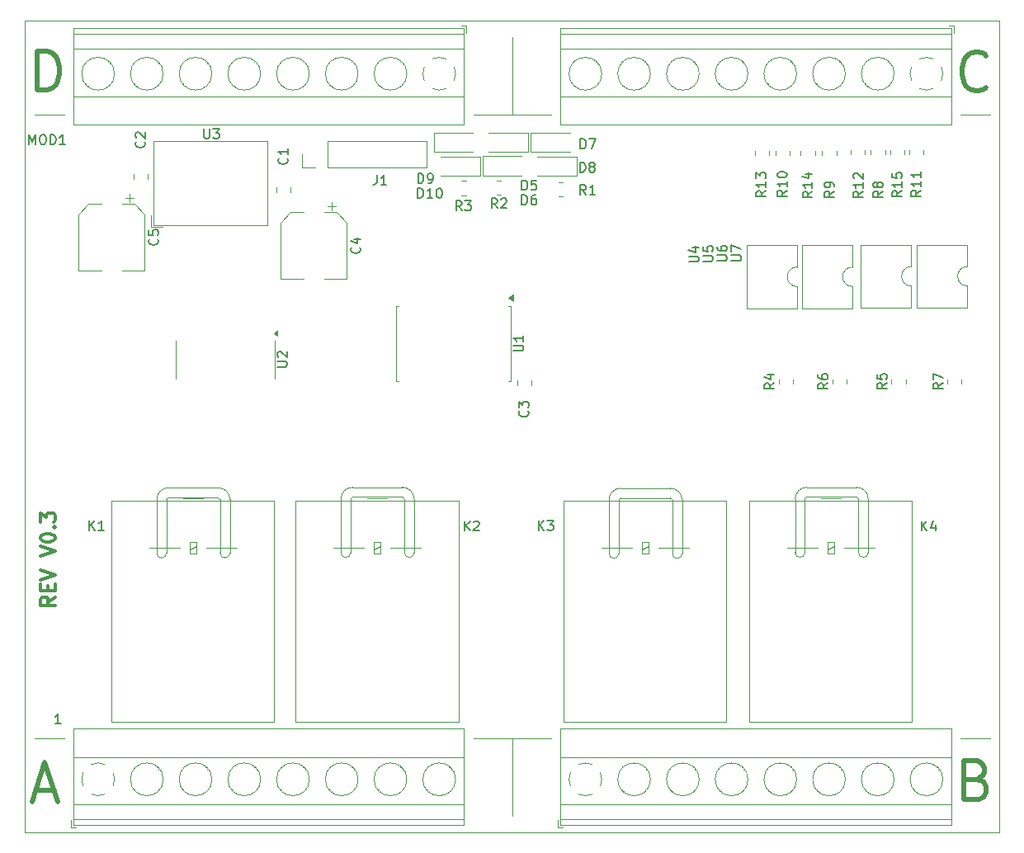
<source format=gbr>
%TF.GenerationSoftware,KiCad,Pcbnew,9.0.3*%
%TF.CreationDate,2025-10-06T20:13:02+02:00*%
%TF.ProjectId,esp32_blinds_controller,65737033-325f-4626-9c69-6e64735f636f,V0.3*%
%TF.SameCoordinates,Original*%
%TF.FileFunction,Legend,Top*%
%TF.FilePolarity,Positive*%
%FSLAX46Y46*%
G04 Gerber Fmt 4.6, Leading zero omitted, Abs format (unit mm)*
G04 Created by KiCad (PCBNEW 9.0.3) date 2025-10-06 20:13:02*
%MOMM*%
%LPD*%
G01*
G04 APERTURE LIST*
%ADD10C,0.300000*%
%ADD11C,0.150000*%
%ADD12C,0.500000*%
%ADD13C,0.120000*%
%TA.AperFunction,Profile*%
%ADD14C,0.050000*%
%TD*%
%TA.AperFunction,Profile*%
%ADD15C,0.120000*%
%TD*%
G04 APERTURE END LIST*
D10*
X104268256Y-114863774D02*
X103553970Y-115363774D01*
X104268256Y-115720917D02*
X102768256Y-115720917D01*
X102768256Y-115720917D02*
X102768256Y-115149488D01*
X102768256Y-115149488D02*
X102839685Y-115006631D01*
X102839685Y-115006631D02*
X102911113Y-114935202D01*
X102911113Y-114935202D02*
X103053970Y-114863774D01*
X103053970Y-114863774D02*
X103268256Y-114863774D01*
X103268256Y-114863774D02*
X103411113Y-114935202D01*
X103411113Y-114935202D02*
X103482542Y-115006631D01*
X103482542Y-115006631D02*
X103553970Y-115149488D01*
X103553970Y-115149488D02*
X103553970Y-115720917D01*
X103482542Y-114220917D02*
X103482542Y-113720917D01*
X104268256Y-113506631D02*
X104268256Y-114220917D01*
X104268256Y-114220917D02*
X102768256Y-114220917D01*
X102768256Y-114220917D02*
X102768256Y-113506631D01*
X102768256Y-113078059D02*
X104268256Y-112578059D01*
X104268256Y-112578059D02*
X102768256Y-112078059D01*
X102768256Y-110649488D02*
X104268256Y-110149488D01*
X104268256Y-110149488D02*
X102768256Y-109649488D01*
X102768256Y-108863774D02*
X102768256Y-108720917D01*
X102768256Y-108720917D02*
X102839685Y-108578060D01*
X102839685Y-108578060D02*
X102911113Y-108506632D01*
X102911113Y-108506632D02*
X103053970Y-108435203D01*
X103053970Y-108435203D02*
X103339685Y-108363774D01*
X103339685Y-108363774D02*
X103696828Y-108363774D01*
X103696828Y-108363774D02*
X103982542Y-108435203D01*
X103982542Y-108435203D02*
X104125399Y-108506632D01*
X104125399Y-108506632D02*
X104196828Y-108578060D01*
X104196828Y-108578060D02*
X104268256Y-108720917D01*
X104268256Y-108720917D02*
X104268256Y-108863774D01*
X104268256Y-108863774D02*
X104196828Y-109006632D01*
X104196828Y-109006632D02*
X104125399Y-109078060D01*
X104125399Y-109078060D02*
X103982542Y-109149489D01*
X103982542Y-109149489D02*
X103696828Y-109220917D01*
X103696828Y-109220917D02*
X103339685Y-109220917D01*
X103339685Y-109220917D02*
X103053970Y-109149489D01*
X103053970Y-109149489D02*
X102911113Y-109078060D01*
X102911113Y-109078060D02*
X102839685Y-109006632D01*
X102839685Y-109006632D02*
X102768256Y-108863774D01*
X104125399Y-107720918D02*
X104196828Y-107649489D01*
X104196828Y-107649489D02*
X104268256Y-107720918D01*
X104268256Y-107720918D02*
X104196828Y-107792346D01*
X104196828Y-107792346D02*
X104125399Y-107720918D01*
X104125399Y-107720918D02*
X104268256Y-107720918D01*
X102768256Y-107149489D02*
X102768256Y-106220917D01*
X102768256Y-106220917D02*
X103339685Y-106720917D01*
X103339685Y-106720917D02*
X103339685Y-106506632D01*
X103339685Y-106506632D02*
X103411113Y-106363775D01*
X103411113Y-106363775D02*
X103482542Y-106292346D01*
X103482542Y-106292346D02*
X103625399Y-106220917D01*
X103625399Y-106220917D02*
X103982542Y-106220917D01*
X103982542Y-106220917D02*
X104125399Y-106292346D01*
X104125399Y-106292346D02*
X104196828Y-106363775D01*
X104196828Y-106363775D02*
X104268256Y-106506632D01*
X104268256Y-106506632D02*
X104268256Y-106935203D01*
X104268256Y-106935203D02*
X104196828Y-107078060D01*
X104196828Y-107078060D02*
X104125399Y-107149489D01*
D11*
X104860588Y-127869819D02*
X104289160Y-127869819D01*
X104574874Y-127869819D02*
X104574874Y-126869819D01*
X104574874Y-126869819D02*
X104479636Y-127012676D01*
X104479636Y-127012676D02*
X104384398Y-127107914D01*
X104384398Y-127107914D02*
X104289160Y-127155533D01*
X137266666Y-71554819D02*
X137266666Y-72269104D01*
X137266666Y-72269104D02*
X137219047Y-72411961D01*
X137219047Y-72411961D02*
X137123809Y-72507200D01*
X137123809Y-72507200D02*
X136980952Y-72554819D01*
X136980952Y-72554819D02*
X136885714Y-72554819D01*
X138266666Y-72554819D02*
X137695238Y-72554819D01*
X137980952Y-72554819D02*
X137980952Y-71554819D01*
X137980952Y-71554819D02*
X137885714Y-71697676D01*
X137885714Y-71697676D02*
X137790476Y-71792914D01*
X137790476Y-71792914D02*
X137695238Y-71840533D01*
X173654819Y-80361904D02*
X174464342Y-80361904D01*
X174464342Y-80361904D02*
X174559580Y-80314285D01*
X174559580Y-80314285D02*
X174607200Y-80266666D01*
X174607200Y-80266666D02*
X174654819Y-80171428D01*
X174654819Y-80171428D02*
X174654819Y-79980952D01*
X174654819Y-79980952D02*
X174607200Y-79885714D01*
X174607200Y-79885714D02*
X174559580Y-79838095D01*
X174559580Y-79838095D02*
X174464342Y-79790476D01*
X174464342Y-79790476D02*
X173654819Y-79790476D01*
X173654819Y-79409523D02*
X173654819Y-78742857D01*
X173654819Y-78742857D02*
X174654819Y-79171428D01*
X114759580Y-78116666D02*
X114807200Y-78164285D01*
X114807200Y-78164285D02*
X114854819Y-78307142D01*
X114854819Y-78307142D02*
X114854819Y-78402380D01*
X114854819Y-78402380D02*
X114807200Y-78545237D01*
X114807200Y-78545237D02*
X114711961Y-78640475D01*
X114711961Y-78640475D02*
X114616723Y-78688094D01*
X114616723Y-78688094D02*
X114426247Y-78735713D01*
X114426247Y-78735713D02*
X114283390Y-78735713D01*
X114283390Y-78735713D02*
X114092914Y-78688094D01*
X114092914Y-78688094D02*
X113997676Y-78640475D01*
X113997676Y-78640475D02*
X113902438Y-78545237D01*
X113902438Y-78545237D02*
X113854819Y-78402380D01*
X113854819Y-78402380D02*
X113854819Y-78307142D01*
X113854819Y-78307142D02*
X113902438Y-78164285D01*
X113902438Y-78164285D02*
X113950057Y-78116666D01*
X113854819Y-77211904D02*
X113854819Y-77688094D01*
X113854819Y-77688094D02*
X114331009Y-77735713D01*
X114331009Y-77735713D02*
X114283390Y-77688094D01*
X114283390Y-77688094D02*
X114235771Y-77592856D01*
X114235771Y-77592856D02*
X114235771Y-77354761D01*
X114235771Y-77354761D02*
X114283390Y-77259523D01*
X114283390Y-77259523D02*
X114331009Y-77211904D01*
X114331009Y-77211904D02*
X114426247Y-77164285D01*
X114426247Y-77164285D02*
X114664342Y-77164285D01*
X114664342Y-77164285D02*
X114759580Y-77211904D01*
X114759580Y-77211904D02*
X114807200Y-77259523D01*
X114807200Y-77259523D02*
X114854819Y-77354761D01*
X114854819Y-77354761D02*
X114854819Y-77592856D01*
X114854819Y-77592856D02*
X114807200Y-77688094D01*
X114807200Y-77688094D02*
X114759580Y-77735713D01*
X183554819Y-92916666D02*
X183078628Y-93249999D01*
X183554819Y-93488094D02*
X182554819Y-93488094D01*
X182554819Y-93488094D02*
X182554819Y-93107142D01*
X182554819Y-93107142D02*
X182602438Y-93011904D01*
X182602438Y-93011904D02*
X182650057Y-92964285D01*
X182650057Y-92964285D02*
X182745295Y-92916666D01*
X182745295Y-92916666D02*
X182888152Y-92916666D01*
X182888152Y-92916666D02*
X182983390Y-92964285D01*
X182983390Y-92964285D02*
X183031009Y-93011904D01*
X183031009Y-93011904D02*
X183078628Y-93107142D01*
X183078628Y-93107142D02*
X183078628Y-93488094D01*
X182554819Y-92059523D02*
X182554819Y-92249999D01*
X182554819Y-92249999D02*
X182602438Y-92345237D01*
X182602438Y-92345237D02*
X182650057Y-92392856D01*
X182650057Y-92392856D02*
X182792914Y-92488094D01*
X182792914Y-92488094D02*
X182983390Y-92535713D01*
X182983390Y-92535713D02*
X183364342Y-92535713D01*
X183364342Y-92535713D02*
X183459580Y-92488094D01*
X183459580Y-92488094D02*
X183507200Y-92440475D01*
X183507200Y-92440475D02*
X183554819Y-92345237D01*
X183554819Y-92345237D02*
X183554819Y-92154761D01*
X183554819Y-92154761D02*
X183507200Y-92059523D01*
X183507200Y-92059523D02*
X183459580Y-92011904D01*
X183459580Y-92011904D02*
X183364342Y-91964285D01*
X183364342Y-91964285D02*
X183126247Y-91964285D01*
X183126247Y-91964285D02*
X183031009Y-92011904D01*
X183031009Y-92011904D02*
X182983390Y-92059523D01*
X182983390Y-92059523D02*
X182935771Y-92154761D01*
X182935771Y-92154761D02*
X182935771Y-92345237D01*
X182935771Y-92345237D02*
X182983390Y-92440475D01*
X182983390Y-92440475D02*
X183031009Y-92488094D01*
X183031009Y-92488094D02*
X183126247Y-92535713D01*
X146261905Y-108077319D02*
X146261905Y-107077319D01*
X146833333Y-108077319D02*
X146404762Y-107505890D01*
X146833333Y-107077319D02*
X146261905Y-107648747D01*
X147214286Y-107172557D02*
X147261905Y-107124938D01*
X147261905Y-107124938D02*
X147357143Y-107077319D01*
X147357143Y-107077319D02*
X147595238Y-107077319D01*
X147595238Y-107077319D02*
X147690476Y-107124938D01*
X147690476Y-107124938D02*
X147738095Y-107172557D01*
X147738095Y-107172557D02*
X147785714Y-107267795D01*
X147785714Y-107267795D02*
X147785714Y-107363033D01*
X147785714Y-107363033D02*
X147738095Y-107505890D01*
X147738095Y-107505890D02*
X147166667Y-108077319D01*
X147166667Y-108077319D02*
X147785714Y-108077319D01*
X149633333Y-74954819D02*
X149300000Y-74478628D01*
X149061905Y-74954819D02*
X149061905Y-73954819D01*
X149061905Y-73954819D02*
X149442857Y-73954819D01*
X149442857Y-73954819D02*
X149538095Y-74002438D01*
X149538095Y-74002438D02*
X149585714Y-74050057D01*
X149585714Y-74050057D02*
X149633333Y-74145295D01*
X149633333Y-74145295D02*
X149633333Y-74288152D01*
X149633333Y-74288152D02*
X149585714Y-74383390D01*
X149585714Y-74383390D02*
X149538095Y-74431009D01*
X149538095Y-74431009D02*
X149442857Y-74478628D01*
X149442857Y-74478628D02*
X149061905Y-74478628D01*
X150014286Y-74050057D02*
X150061905Y-74002438D01*
X150061905Y-74002438D02*
X150157143Y-73954819D01*
X150157143Y-73954819D02*
X150395238Y-73954819D01*
X150395238Y-73954819D02*
X150490476Y-74002438D01*
X150490476Y-74002438D02*
X150538095Y-74050057D01*
X150538095Y-74050057D02*
X150585714Y-74145295D01*
X150585714Y-74145295D02*
X150585714Y-74240533D01*
X150585714Y-74240533D02*
X150538095Y-74383390D01*
X150538095Y-74383390D02*
X149966667Y-74954819D01*
X149966667Y-74954819D02*
X150585714Y-74954819D01*
X141511905Y-72404819D02*
X141511905Y-71404819D01*
X141511905Y-71404819D02*
X141750000Y-71404819D01*
X141750000Y-71404819D02*
X141892857Y-71452438D01*
X141892857Y-71452438D02*
X141988095Y-71547676D01*
X141988095Y-71547676D02*
X142035714Y-71642914D01*
X142035714Y-71642914D02*
X142083333Y-71833390D01*
X142083333Y-71833390D02*
X142083333Y-71976247D01*
X142083333Y-71976247D02*
X142035714Y-72166723D01*
X142035714Y-72166723D02*
X141988095Y-72261961D01*
X141988095Y-72261961D02*
X141892857Y-72357200D01*
X141892857Y-72357200D02*
X141750000Y-72404819D01*
X141750000Y-72404819D02*
X141511905Y-72404819D01*
X142559524Y-72404819D02*
X142750000Y-72404819D01*
X142750000Y-72404819D02*
X142845238Y-72357200D01*
X142845238Y-72357200D02*
X142892857Y-72309580D01*
X142892857Y-72309580D02*
X142988095Y-72166723D01*
X142988095Y-72166723D02*
X143035714Y-71976247D01*
X143035714Y-71976247D02*
X143035714Y-71595295D01*
X143035714Y-71595295D02*
X142988095Y-71500057D01*
X142988095Y-71500057D02*
X142940476Y-71452438D01*
X142940476Y-71452438D02*
X142845238Y-71404819D01*
X142845238Y-71404819D02*
X142654762Y-71404819D01*
X142654762Y-71404819D02*
X142559524Y-71452438D01*
X142559524Y-71452438D02*
X142511905Y-71500057D01*
X142511905Y-71500057D02*
X142464286Y-71595295D01*
X142464286Y-71595295D02*
X142464286Y-71833390D01*
X142464286Y-71833390D02*
X142511905Y-71928628D01*
X142511905Y-71928628D02*
X142559524Y-71976247D01*
X142559524Y-71976247D02*
X142654762Y-72023866D01*
X142654762Y-72023866D02*
X142845238Y-72023866D01*
X142845238Y-72023866D02*
X142940476Y-71976247D01*
X142940476Y-71976247D02*
X142988095Y-71928628D01*
X142988095Y-71928628D02*
X143035714Y-71833390D01*
X127079819Y-91236904D02*
X127889342Y-91236904D01*
X127889342Y-91236904D02*
X127984580Y-91189285D01*
X127984580Y-91189285D02*
X128032200Y-91141666D01*
X128032200Y-91141666D02*
X128079819Y-91046428D01*
X128079819Y-91046428D02*
X128079819Y-90855952D01*
X128079819Y-90855952D02*
X128032200Y-90760714D01*
X128032200Y-90760714D02*
X127984580Y-90713095D01*
X127984580Y-90713095D02*
X127889342Y-90665476D01*
X127889342Y-90665476D02*
X127079819Y-90665476D01*
X127175057Y-90236904D02*
X127127438Y-90189285D01*
X127127438Y-90189285D02*
X127079819Y-90094047D01*
X127079819Y-90094047D02*
X127079819Y-89855952D01*
X127079819Y-89855952D02*
X127127438Y-89760714D01*
X127127438Y-89760714D02*
X127175057Y-89713095D01*
X127175057Y-89713095D02*
X127270295Y-89665476D01*
X127270295Y-89665476D02*
X127365533Y-89665476D01*
X127365533Y-89665476D02*
X127508390Y-89713095D01*
X127508390Y-89713095D02*
X128079819Y-90284523D01*
X128079819Y-90284523D02*
X128079819Y-89665476D01*
X184204819Y-73216666D02*
X183728628Y-73549999D01*
X184204819Y-73788094D02*
X183204819Y-73788094D01*
X183204819Y-73788094D02*
X183204819Y-73407142D01*
X183204819Y-73407142D02*
X183252438Y-73311904D01*
X183252438Y-73311904D02*
X183300057Y-73264285D01*
X183300057Y-73264285D02*
X183395295Y-73216666D01*
X183395295Y-73216666D02*
X183538152Y-73216666D01*
X183538152Y-73216666D02*
X183633390Y-73264285D01*
X183633390Y-73264285D02*
X183681009Y-73311904D01*
X183681009Y-73311904D02*
X183728628Y-73407142D01*
X183728628Y-73407142D02*
X183728628Y-73788094D01*
X184204819Y-72740475D02*
X184204819Y-72549999D01*
X184204819Y-72549999D02*
X184157200Y-72454761D01*
X184157200Y-72454761D02*
X184109580Y-72407142D01*
X184109580Y-72407142D02*
X183966723Y-72311904D01*
X183966723Y-72311904D02*
X183776247Y-72264285D01*
X183776247Y-72264285D02*
X183395295Y-72264285D01*
X183395295Y-72264285D02*
X183300057Y-72311904D01*
X183300057Y-72311904D02*
X183252438Y-72359523D01*
X183252438Y-72359523D02*
X183204819Y-72454761D01*
X183204819Y-72454761D02*
X183204819Y-72645237D01*
X183204819Y-72645237D02*
X183252438Y-72740475D01*
X183252438Y-72740475D02*
X183300057Y-72788094D01*
X183300057Y-72788094D02*
X183395295Y-72835713D01*
X183395295Y-72835713D02*
X183633390Y-72835713D01*
X183633390Y-72835713D02*
X183728628Y-72788094D01*
X183728628Y-72788094D02*
X183776247Y-72740475D01*
X183776247Y-72740475D02*
X183823866Y-72645237D01*
X183823866Y-72645237D02*
X183823866Y-72454761D01*
X183823866Y-72454761D02*
X183776247Y-72359523D01*
X183776247Y-72359523D02*
X183728628Y-72311904D01*
X183728628Y-72311904D02*
X183633390Y-72264285D01*
X193161905Y-108077319D02*
X193161905Y-107077319D01*
X193733333Y-108077319D02*
X193304762Y-107505890D01*
X193733333Y-107077319D02*
X193161905Y-107648747D01*
X194590476Y-107410652D02*
X194590476Y-108077319D01*
X194352381Y-107029700D02*
X194114286Y-107743985D01*
X194114286Y-107743985D02*
X194733333Y-107743985D01*
X181954819Y-73242857D02*
X181478628Y-73576190D01*
X181954819Y-73814285D02*
X180954819Y-73814285D01*
X180954819Y-73814285D02*
X180954819Y-73433333D01*
X180954819Y-73433333D02*
X181002438Y-73338095D01*
X181002438Y-73338095D02*
X181050057Y-73290476D01*
X181050057Y-73290476D02*
X181145295Y-73242857D01*
X181145295Y-73242857D02*
X181288152Y-73242857D01*
X181288152Y-73242857D02*
X181383390Y-73290476D01*
X181383390Y-73290476D02*
X181431009Y-73338095D01*
X181431009Y-73338095D02*
X181478628Y-73433333D01*
X181478628Y-73433333D02*
X181478628Y-73814285D01*
X181954819Y-72290476D02*
X181954819Y-72861904D01*
X181954819Y-72576190D02*
X180954819Y-72576190D01*
X180954819Y-72576190D02*
X181097676Y-72671428D01*
X181097676Y-72671428D02*
X181192914Y-72766666D01*
X181192914Y-72766666D02*
X181240533Y-72861904D01*
X181288152Y-71433333D02*
X181954819Y-71433333D01*
X180907200Y-71671428D02*
X181621485Y-71909523D01*
X181621485Y-71909523D02*
X181621485Y-71290476D01*
X189204819Y-73216666D02*
X188728628Y-73549999D01*
X189204819Y-73788094D02*
X188204819Y-73788094D01*
X188204819Y-73788094D02*
X188204819Y-73407142D01*
X188204819Y-73407142D02*
X188252438Y-73311904D01*
X188252438Y-73311904D02*
X188300057Y-73264285D01*
X188300057Y-73264285D02*
X188395295Y-73216666D01*
X188395295Y-73216666D02*
X188538152Y-73216666D01*
X188538152Y-73216666D02*
X188633390Y-73264285D01*
X188633390Y-73264285D02*
X188681009Y-73311904D01*
X188681009Y-73311904D02*
X188728628Y-73407142D01*
X188728628Y-73407142D02*
X188728628Y-73788094D01*
X188633390Y-72645237D02*
X188585771Y-72740475D01*
X188585771Y-72740475D02*
X188538152Y-72788094D01*
X188538152Y-72788094D02*
X188442914Y-72835713D01*
X188442914Y-72835713D02*
X188395295Y-72835713D01*
X188395295Y-72835713D02*
X188300057Y-72788094D01*
X188300057Y-72788094D02*
X188252438Y-72740475D01*
X188252438Y-72740475D02*
X188204819Y-72645237D01*
X188204819Y-72645237D02*
X188204819Y-72454761D01*
X188204819Y-72454761D02*
X188252438Y-72359523D01*
X188252438Y-72359523D02*
X188300057Y-72311904D01*
X188300057Y-72311904D02*
X188395295Y-72264285D01*
X188395295Y-72264285D02*
X188442914Y-72264285D01*
X188442914Y-72264285D02*
X188538152Y-72311904D01*
X188538152Y-72311904D02*
X188585771Y-72359523D01*
X188585771Y-72359523D02*
X188633390Y-72454761D01*
X188633390Y-72454761D02*
X188633390Y-72645237D01*
X188633390Y-72645237D02*
X188681009Y-72740475D01*
X188681009Y-72740475D02*
X188728628Y-72788094D01*
X188728628Y-72788094D02*
X188823866Y-72835713D01*
X188823866Y-72835713D02*
X189014342Y-72835713D01*
X189014342Y-72835713D02*
X189109580Y-72788094D01*
X189109580Y-72788094D02*
X189157200Y-72740475D01*
X189157200Y-72740475D02*
X189204819Y-72645237D01*
X189204819Y-72645237D02*
X189204819Y-72454761D01*
X189204819Y-72454761D02*
X189157200Y-72359523D01*
X189157200Y-72359523D02*
X189109580Y-72311904D01*
X189109580Y-72311904D02*
X189014342Y-72264285D01*
X189014342Y-72264285D02*
X188823866Y-72264285D01*
X188823866Y-72264285D02*
X188728628Y-72311904D01*
X188728628Y-72311904D02*
X188681009Y-72359523D01*
X188681009Y-72359523D02*
X188633390Y-72454761D01*
X172204819Y-80361904D02*
X173014342Y-80361904D01*
X173014342Y-80361904D02*
X173109580Y-80314285D01*
X173109580Y-80314285D02*
X173157200Y-80266666D01*
X173157200Y-80266666D02*
X173204819Y-80171428D01*
X173204819Y-80171428D02*
X173204819Y-79980952D01*
X173204819Y-79980952D02*
X173157200Y-79885714D01*
X173157200Y-79885714D02*
X173109580Y-79838095D01*
X173109580Y-79838095D02*
X173014342Y-79790476D01*
X173014342Y-79790476D02*
X172204819Y-79790476D01*
X172204819Y-78885714D02*
X172204819Y-79076190D01*
X172204819Y-79076190D02*
X172252438Y-79171428D01*
X172252438Y-79171428D02*
X172300057Y-79219047D01*
X172300057Y-79219047D02*
X172442914Y-79314285D01*
X172442914Y-79314285D02*
X172633390Y-79361904D01*
X172633390Y-79361904D02*
X173014342Y-79361904D01*
X173014342Y-79361904D02*
X173109580Y-79314285D01*
X173109580Y-79314285D02*
X173157200Y-79266666D01*
X173157200Y-79266666D02*
X173204819Y-79171428D01*
X173204819Y-79171428D02*
X173204819Y-78980952D01*
X173204819Y-78980952D02*
X173157200Y-78885714D01*
X173157200Y-78885714D02*
X173109580Y-78838095D01*
X173109580Y-78838095D02*
X173014342Y-78790476D01*
X173014342Y-78790476D02*
X172776247Y-78790476D01*
X172776247Y-78790476D02*
X172681009Y-78838095D01*
X172681009Y-78838095D02*
X172633390Y-78885714D01*
X172633390Y-78885714D02*
X172585771Y-78980952D01*
X172585771Y-78980952D02*
X172585771Y-79171428D01*
X172585771Y-79171428D02*
X172633390Y-79266666D01*
X172633390Y-79266666D02*
X172681009Y-79314285D01*
X172681009Y-79314285D02*
X172776247Y-79361904D01*
X158733333Y-73554819D02*
X158400000Y-73078628D01*
X158161905Y-73554819D02*
X158161905Y-72554819D01*
X158161905Y-72554819D02*
X158542857Y-72554819D01*
X158542857Y-72554819D02*
X158638095Y-72602438D01*
X158638095Y-72602438D02*
X158685714Y-72650057D01*
X158685714Y-72650057D02*
X158733333Y-72745295D01*
X158733333Y-72745295D02*
X158733333Y-72888152D01*
X158733333Y-72888152D02*
X158685714Y-72983390D01*
X158685714Y-72983390D02*
X158638095Y-73031009D01*
X158638095Y-73031009D02*
X158542857Y-73078628D01*
X158542857Y-73078628D02*
X158161905Y-73078628D01*
X159685714Y-73554819D02*
X159114286Y-73554819D01*
X159400000Y-73554819D02*
X159400000Y-72554819D01*
X159400000Y-72554819D02*
X159304762Y-72697676D01*
X159304762Y-72697676D02*
X159209524Y-72792914D01*
X159209524Y-72792914D02*
X159114286Y-72840533D01*
X178054819Y-92916666D02*
X177578628Y-93249999D01*
X178054819Y-93488094D02*
X177054819Y-93488094D01*
X177054819Y-93488094D02*
X177054819Y-93107142D01*
X177054819Y-93107142D02*
X177102438Y-93011904D01*
X177102438Y-93011904D02*
X177150057Y-92964285D01*
X177150057Y-92964285D02*
X177245295Y-92916666D01*
X177245295Y-92916666D02*
X177388152Y-92916666D01*
X177388152Y-92916666D02*
X177483390Y-92964285D01*
X177483390Y-92964285D02*
X177531009Y-93011904D01*
X177531009Y-93011904D02*
X177578628Y-93107142D01*
X177578628Y-93107142D02*
X177578628Y-93488094D01*
X177388152Y-92059523D02*
X178054819Y-92059523D01*
X177007200Y-92297618D02*
X177721485Y-92535713D01*
X177721485Y-92535713D02*
X177721485Y-91916666D01*
X152161905Y-73104819D02*
X152161905Y-72104819D01*
X152161905Y-72104819D02*
X152400000Y-72104819D01*
X152400000Y-72104819D02*
X152542857Y-72152438D01*
X152542857Y-72152438D02*
X152638095Y-72247676D01*
X152638095Y-72247676D02*
X152685714Y-72342914D01*
X152685714Y-72342914D02*
X152733333Y-72533390D01*
X152733333Y-72533390D02*
X152733333Y-72676247D01*
X152733333Y-72676247D02*
X152685714Y-72866723D01*
X152685714Y-72866723D02*
X152638095Y-72961961D01*
X152638095Y-72961961D02*
X152542857Y-73057200D01*
X152542857Y-73057200D02*
X152400000Y-73104819D01*
X152400000Y-73104819D02*
X152161905Y-73104819D01*
X153638095Y-72104819D02*
X153161905Y-72104819D01*
X153161905Y-72104819D02*
X153114286Y-72581009D01*
X153114286Y-72581009D02*
X153161905Y-72533390D01*
X153161905Y-72533390D02*
X153257143Y-72485771D01*
X153257143Y-72485771D02*
X153495238Y-72485771D01*
X153495238Y-72485771D02*
X153590476Y-72533390D01*
X153590476Y-72533390D02*
X153638095Y-72581009D01*
X153638095Y-72581009D02*
X153685714Y-72676247D01*
X153685714Y-72676247D02*
X153685714Y-72914342D01*
X153685714Y-72914342D02*
X153638095Y-73009580D01*
X153638095Y-73009580D02*
X153590476Y-73057200D01*
X153590476Y-73057200D02*
X153495238Y-73104819D01*
X153495238Y-73104819D02*
X153257143Y-73104819D01*
X153257143Y-73104819D02*
X153161905Y-73057200D01*
X153161905Y-73057200D02*
X153114286Y-73009580D01*
X179354819Y-73142857D02*
X178878628Y-73476190D01*
X179354819Y-73714285D02*
X178354819Y-73714285D01*
X178354819Y-73714285D02*
X178354819Y-73333333D01*
X178354819Y-73333333D02*
X178402438Y-73238095D01*
X178402438Y-73238095D02*
X178450057Y-73190476D01*
X178450057Y-73190476D02*
X178545295Y-73142857D01*
X178545295Y-73142857D02*
X178688152Y-73142857D01*
X178688152Y-73142857D02*
X178783390Y-73190476D01*
X178783390Y-73190476D02*
X178831009Y-73238095D01*
X178831009Y-73238095D02*
X178878628Y-73333333D01*
X178878628Y-73333333D02*
X178878628Y-73714285D01*
X179354819Y-72190476D02*
X179354819Y-72761904D01*
X179354819Y-72476190D02*
X178354819Y-72476190D01*
X178354819Y-72476190D02*
X178497676Y-72571428D01*
X178497676Y-72571428D02*
X178592914Y-72666666D01*
X178592914Y-72666666D02*
X178640533Y-72761904D01*
X178354819Y-71571428D02*
X178354819Y-71476190D01*
X178354819Y-71476190D02*
X178402438Y-71380952D01*
X178402438Y-71380952D02*
X178450057Y-71333333D01*
X178450057Y-71333333D02*
X178545295Y-71285714D01*
X178545295Y-71285714D02*
X178735771Y-71238095D01*
X178735771Y-71238095D02*
X178973866Y-71238095D01*
X178973866Y-71238095D02*
X179164342Y-71285714D01*
X179164342Y-71285714D02*
X179259580Y-71333333D01*
X179259580Y-71333333D02*
X179307200Y-71380952D01*
X179307200Y-71380952D02*
X179354819Y-71476190D01*
X179354819Y-71476190D02*
X179354819Y-71571428D01*
X179354819Y-71571428D02*
X179307200Y-71666666D01*
X179307200Y-71666666D02*
X179259580Y-71714285D01*
X179259580Y-71714285D02*
X179164342Y-71761904D01*
X179164342Y-71761904D02*
X178973866Y-71809523D01*
X178973866Y-71809523D02*
X178735771Y-71809523D01*
X178735771Y-71809523D02*
X178545295Y-71761904D01*
X178545295Y-71761904D02*
X178450057Y-71714285D01*
X178450057Y-71714285D02*
X178402438Y-71666666D01*
X178402438Y-71666666D02*
X178354819Y-71571428D01*
X107761905Y-108027319D02*
X107761905Y-107027319D01*
X108333333Y-108027319D02*
X107904762Y-107455890D01*
X108333333Y-107027319D02*
X107761905Y-107598747D01*
X109285714Y-108027319D02*
X108714286Y-108027319D01*
X109000000Y-108027319D02*
X109000000Y-107027319D01*
X109000000Y-107027319D02*
X108904762Y-107170176D01*
X108904762Y-107170176D02*
X108809524Y-107265414D01*
X108809524Y-107265414D02*
X108714286Y-107313033D01*
X187154819Y-73242857D02*
X186678628Y-73576190D01*
X187154819Y-73814285D02*
X186154819Y-73814285D01*
X186154819Y-73814285D02*
X186154819Y-73433333D01*
X186154819Y-73433333D02*
X186202438Y-73338095D01*
X186202438Y-73338095D02*
X186250057Y-73290476D01*
X186250057Y-73290476D02*
X186345295Y-73242857D01*
X186345295Y-73242857D02*
X186488152Y-73242857D01*
X186488152Y-73242857D02*
X186583390Y-73290476D01*
X186583390Y-73290476D02*
X186631009Y-73338095D01*
X186631009Y-73338095D02*
X186678628Y-73433333D01*
X186678628Y-73433333D02*
X186678628Y-73814285D01*
X187154819Y-72290476D02*
X187154819Y-72861904D01*
X187154819Y-72576190D02*
X186154819Y-72576190D01*
X186154819Y-72576190D02*
X186297676Y-72671428D01*
X186297676Y-72671428D02*
X186392914Y-72766666D01*
X186392914Y-72766666D02*
X186440533Y-72861904D01*
X186250057Y-71909523D02*
X186202438Y-71861904D01*
X186202438Y-71861904D02*
X186154819Y-71766666D01*
X186154819Y-71766666D02*
X186154819Y-71528571D01*
X186154819Y-71528571D02*
X186202438Y-71433333D01*
X186202438Y-71433333D02*
X186250057Y-71385714D01*
X186250057Y-71385714D02*
X186345295Y-71338095D01*
X186345295Y-71338095D02*
X186440533Y-71338095D01*
X186440533Y-71338095D02*
X186583390Y-71385714D01*
X186583390Y-71385714D02*
X187154819Y-71957142D01*
X187154819Y-71957142D02*
X187154819Y-71338095D01*
X158161905Y-68854819D02*
X158161905Y-67854819D01*
X158161905Y-67854819D02*
X158400000Y-67854819D01*
X158400000Y-67854819D02*
X158542857Y-67902438D01*
X158542857Y-67902438D02*
X158638095Y-67997676D01*
X158638095Y-67997676D02*
X158685714Y-68092914D01*
X158685714Y-68092914D02*
X158733333Y-68283390D01*
X158733333Y-68283390D02*
X158733333Y-68426247D01*
X158733333Y-68426247D02*
X158685714Y-68616723D01*
X158685714Y-68616723D02*
X158638095Y-68711961D01*
X158638095Y-68711961D02*
X158542857Y-68807200D01*
X158542857Y-68807200D02*
X158400000Y-68854819D01*
X158400000Y-68854819D02*
X158161905Y-68854819D01*
X159066667Y-67854819D02*
X159733333Y-67854819D01*
X159733333Y-67854819D02*
X159304762Y-68854819D01*
X158111905Y-71254819D02*
X158111905Y-70254819D01*
X158111905Y-70254819D02*
X158350000Y-70254819D01*
X158350000Y-70254819D02*
X158492857Y-70302438D01*
X158492857Y-70302438D02*
X158588095Y-70397676D01*
X158588095Y-70397676D02*
X158635714Y-70492914D01*
X158635714Y-70492914D02*
X158683333Y-70683390D01*
X158683333Y-70683390D02*
X158683333Y-70826247D01*
X158683333Y-70826247D02*
X158635714Y-71016723D01*
X158635714Y-71016723D02*
X158588095Y-71111961D01*
X158588095Y-71111961D02*
X158492857Y-71207200D01*
X158492857Y-71207200D02*
X158350000Y-71254819D01*
X158350000Y-71254819D02*
X158111905Y-71254819D01*
X159254762Y-70683390D02*
X159159524Y-70635771D01*
X159159524Y-70635771D02*
X159111905Y-70588152D01*
X159111905Y-70588152D02*
X159064286Y-70492914D01*
X159064286Y-70492914D02*
X159064286Y-70445295D01*
X159064286Y-70445295D02*
X159111905Y-70350057D01*
X159111905Y-70350057D02*
X159159524Y-70302438D01*
X159159524Y-70302438D02*
X159254762Y-70254819D01*
X159254762Y-70254819D02*
X159445238Y-70254819D01*
X159445238Y-70254819D02*
X159540476Y-70302438D01*
X159540476Y-70302438D02*
X159588095Y-70350057D01*
X159588095Y-70350057D02*
X159635714Y-70445295D01*
X159635714Y-70445295D02*
X159635714Y-70492914D01*
X159635714Y-70492914D02*
X159588095Y-70588152D01*
X159588095Y-70588152D02*
X159540476Y-70635771D01*
X159540476Y-70635771D02*
X159445238Y-70683390D01*
X159445238Y-70683390D02*
X159254762Y-70683390D01*
X159254762Y-70683390D02*
X159159524Y-70731009D01*
X159159524Y-70731009D02*
X159111905Y-70778628D01*
X159111905Y-70778628D02*
X159064286Y-70873866D01*
X159064286Y-70873866D02*
X159064286Y-71064342D01*
X159064286Y-71064342D02*
X159111905Y-71159580D01*
X159111905Y-71159580D02*
X159159524Y-71207200D01*
X159159524Y-71207200D02*
X159254762Y-71254819D01*
X159254762Y-71254819D02*
X159445238Y-71254819D01*
X159445238Y-71254819D02*
X159540476Y-71207200D01*
X159540476Y-71207200D02*
X159588095Y-71159580D01*
X159588095Y-71159580D02*
X159635714Y-71064342D01*
X159635714Y-71064342D02*
X159635714Y-70873866D01*
X159635714Y-70873866D02*
X159588095Y-70778628D01*
X159588095Y-70778628D02*
X159540476Y-70731009D01*
X159540476Y-70731009D02*
X159445238Y-70683390D01*
X170754819Y-80411904D02*
X171564342Y-80411904D01*
X171564342Y-80411904D02*
X171659580Y-80364285D01*
X171659580Y-80364285D02*
X171707200Y-80316666D01*
X171707200Y-80316666D02*
X171754819Y-80221428D01*
X171754819Y-80221428D02*
X171754819Y-80030952D01*
X171754819Y-80030952D02*
X171707200Y-79935714D01*
X171707200Y-79935714D02*
X171659580Y-79888095D01*
X171659580Y-79888095D02*
X171564342Y-79840476D01*
X171564342Y-79840476D02*
X170754819Y-79840476D01*
X170754819Y-78888095D02*
X170754819Y-79364285D01*
X170754819Y-79364285D02*
X171231009Y-79411904D01*
X171231009Y-79411904D02*
X171183390Y-79364285D01*
X171183390Y-79364285D02*
X171135771Y-79269047D01*
X171135771Y-79269047D02*
X171135771Y-79030952D01*
X171135771Y-79030952D02*
X171183390Y-78935714D01*
X171183390Y-78935714D02*
X171231009Y-78888095D01*
X171231009Y-78888095D02*
X171326247Y-78840476D01*
X171326247Y-78840476D02*
X171564342Y-78840476D01*
X171564342Y-78840476D02*
X171659580Y-78888095D01*
X171659580Y-78888095D02*
X171707200Y-78935714D01*
X171707200Y-78935714D02*
X171754819Y-79030952D01*
X171754819Y-79030952D02*
X171754819Y-79269047D01*
X171754819Y-79269047D02*
X171707200Y-79364285D01*
X171707200Y-79364285D02*
X171659580Y-79411904D01*
X141485714Y-73904819D02*
X141485714Y-72904819D01*
X141485714Y-72904819D02*
X141723809Y-72904819D01*
X141723809Y-72904819D02*
X141866666Y-72952438D01*
X141866666Y-72952438D02*
X141961904Y-73047676D01*
X141961904Y-73047676D02*
X142009523Y-73142914D01*
X142009523Y-73142914D02*
X142057142Y-73333390D01*
X142057142Y-73333390D02*
X142057142Y-73476247D01*
X142057142Y-73476247D02*
X142009523Y-73666723D01*
X142009523Y-73666723D02*
X141961904Y-73761961D01*
X141961904Y-73761961D02*
X141866666Y-73857200D01*
X141866666Y-73857200D02*
X141723809Y-73904819D01*
X141723809Y-73904819D02*
X141485714Y-73904819D01*
X143009523Y-73904819D02*
X142438095Y-73904819D01*
X142723809Y-73904819D02*
X142723809Y-72904819D01*
X142723809Y-72904819D02*
X142628571Y-73047676D01*
X142628571Y-73047676D02*
X142533333Y-73142914D01*
X142533333Y-73142914D02*
X142438095Y-73190533D01*
X143628571Y-72904819D02*
X143723809Y-72904819D01*
X143723809Y-72904819D02*
X143819047Y-72952438D01*
X143819047Y-72952438D02*
X143866666Y-73000057D01*
X143866666Y-73000057D02*
X143914285Y-73095295D01*
X143914285Y-73095295D02*
X143961904Y-73285771D01*
X143961904Y-73285771D02*
X143961904Y-73523866D01*
X143961904Y-73523866D02*
X143914285Y-73714342D01*
X143914285Y-73714342D02*
X143866666Y-73809580D01*
X143866666Y-73809580D02*
X143819047Y-73857200D01*
X143819047Y-73857200D02*
X143723809Y-73904819D01*
X143723809Y-73904819D02*
X143628571Y-73904819D01*
X143628571Y-73904819D02*
X143533333Y-73857200D01*
X143533333Y-73857200D02*
X143485714Y-73809580D01*
X143485714Y-73809580D02*
X143438095Y-73714342D01*
X143438095Y-73714342D02*
X143390476Y-73523866D01*
X143390476Y-73523866D02*
X143390476Y-73285771D01*
X143390476Y-73285771D02*
X143438095Y-73095295D01*
X143438095Y-73095295D02*
X143485714Y-73000057D01*
X143485714Y-73000057D02*
X143533333Y-72952438D01*
X143533333Y-72952438D02*
X143628571Y-72904819D01*
X151314819Y-89611904D02*
X152124342Y-89611904D01*
X152124342Y-89611904D02*
X152219580Y-89564285D01*
X152219580Y-89564285D02*
X152267200Y-89516666D01*
X152267200Y-89516666D02*
X152314819Y-89421428D01*
X152314819Y-89421428D02*
X152314819Y-89230952D01*
X152314819Y-89230952D02*
X152267200Y-89135714D01*
X152267200Y-89135714D02*
X152219580Y-89088095D01*
X152219580Y-89088095D02*
X152124342Y-89040476D01*
X152124342Y-89040476D02*
X151314819Y-89040476D01*
X152314819Y-88040476D02*
X152314819Y-88611904D01*
X152314819Y-88326190D02*
X151314819Y-88326190D01*
X151314819Y-88326190D02*
X151457676Y-88421428D01*
X151457676Y-88421428D02*
X151552914Y-88516666D01*
X151552914Y-88516666D02*
X151600533Y-88611904D01*
X145983333Y-75204819D02*
X145650000Y-74728628D01*
X145411905Y-75204819D02*
X145411905Y-74204819D01*
X145411905Y-74204819D02*
X145792857Y-74204819D01*
X145792857Y-74204819D02*
X145888095Y-74252438D01*
X145888095Y-74252438D02*
X145935714Y-74300057D01*
X145935714Y-74300057D02*
X145983333Y-74395295D01*
X145983333Y-74395295D02*
X145983333Y-74538152D01*
X145983333Y-74538152D02*
X145935714Y-74633390D01*
X145935714Y-74633390D02*
X145888095Y-74681009D01*
X145888095Y-74681009D02*
X145792857Y-74728628D01*
X145792857Y-74728628D02*
X145411905Y-74728628D01*
X146316667Y-74204819D02*
X146935714Y-74204819D01*
X146935714Y-74204819D02*
X146602381Y-74585771D01*
X146602381Y-74585771D02*
X146745238Y-74585771D01*
X146745238Y-74585771D02*
X146840476Y-74633390D01*
X146840476Y-74633390D02*
X146888095Y-74681009D01*
X146888095Y-74681009D02*
X146935714Y-74776247D01*
X146935714Y-74776247D02*
X146935714Y-75014342D01*
X146935714Y-75014342D02*
X146888095Y-75109580D01*
X146888095Y-75109580D02*
X146840476Y-75157200D01*
X146840476Y-75157200D02*
X146745238Y-75204819D01*
X146745238Y-75204819D02*
X146459524Y-75204819D01*
X146459524Y-75204819D02*
X146364286Y-75157200D01*
X146364286Y-75157200D02*
X146316667Y-75109580D01*
X101581667Y-68424819D02*
X101581667Y-67424819D01*
X101581667Y-67424819D02*
X101915000Y-68139104D01*
X101915000Y-68139104D02*
X102248333Y-67424819D01*
X102248333Y-67424819D02*
X102248333Y-68424819D01*
X102915000Y-67424819D02*
X103105476Y-67424819D01*
X103105476Y-67424819D02*
X103200714Y-67472438D01*
X103200714Y-67472438D02*
X103295952Y-67567676D01*
X103295952Y-67567676D02*
X103343571Y-67758152D01*
X103343571Y-67758152D02*
X103343571Y-68091485D01*
X103343571Y-68091485D02*
X103295952Y-68281961D01*
X103295952Y-68281961D02*
X103200714Y-68377200D01*
X103200714Y-68377200D02*
X103105476Y-68424819D01*
X103105476Y-68424819D02*
X102915000Y-68424819D01*
X102915000Y-68424819D02*
X102819762Y-68377200D01*
X102819762Y-68377200D02*
X102724524Y-68281961D01*
X102724524Y-68281961D02*
X102676905Y-68091485D01*
X102676905Y-68091485D02*
X102676905Y-67758152D01*
X102676905Y-67758152D02*
X102724524Y-67567676D01*
X102724524Y-67567676D02*
X102819762Y-67472438D01*
X102819762Y-67472438D02*
X102915000Y-67424819D01*
X103772143Y-68424819D02*
X103772143Y-67424819D01*
X103772143Y-67424819D02*
X104010238Y-67424819D01*
X104010238Y-67424819D02*
X104153095Y-67472438D01*
X104153095Y-67472438D02*
X104248333Y-67567676D01*
X104248333Y-67567676D02*
X104295952Y-67662914D01*
X104295952Y-67662914D02*
X104343571Y-67853390D01*
X104343571Y-67853390D02*
X104343571Y-67996247D01*
X104343571Y-67996247D02*
X104295952Y-68186723D01*
X104295952Y-68186723D02*
X104248333Y-68281961D01*
X104248333Y-68281961D02*
X104153095Y-68377200D01*
X104153095Y-68377200D02*
X104010238Y-68424819D01*
X104010238Y-68424819D02*
X103772143Y-68424819D01*
X105295952Y-68424819D02*
X104724524Y-68424819D01*
X105010238Y-68424819D02*
X105010238Y-67424819D01*
X105010238Y-67424819D02*
X104915000Y-67567676D01*
X104915000Y-67567676D02*
X104819762Y-67662914D01*
X104819762Y-67662914D02*
X104724524Y-67710533D01*
D12*
X102265851Y-134711619D02*
X104170613Y-134711619D01*
X101884899Y-135854476D02*
X103218232Y-131854476D01*
X103218232Y-131854476D02*
X104551566Y-135854476D01*
X199802042Y-62564523D02*
X199611566Y-62755000D01*
X199611566Y-62755000D02*
X199040137Y-62945476D01*
X199040137Y-62945476D02*
X198659185Y-62945476D01*
X198659185Y-62945476D02*
X198087756Y-62755000D01*
X198087756Y-62755000D02*
X197706804Y-62374047D01*
X197706804Y-62374047D02*
X197516327Y-61993095D01*
X197516327Y-61993095D02*
X197325851Y-61231190D01*
X197325851Y-61231190D02*
X197325851Y-60659761D01*
X197325851Y-60659761D02*
X197516327Y-59897857D01*
X197516327Y-59897857D02*
X197706804Y-59516904D01*
X197706804Y-59516904D02*
X198087756Y-59135952D01*
X198087756Y-59135952D02*
X198659185Y-58945476D01*
X198659185Y-58945476D02*
X199040137Y-58945476D01*
X199040137Y-58945476D02*
X199611566Y-59135952D01*
X199611566Y-59135952D02*
X199802042Y-59326428D01*
X198849661Y-133569238D02*
X199421089Y-133759714D01*
X199421089Y-133759714D02*
X199611566Y-133950190D01*
X199611566Y-133950190D02*
X199802042Y-134331142D01*
X199802042Y-134331142D02*
X199802042Y-134902571D01*
X199802042Y-134902571D02*
X199611566Y-135283523D01*
X199611566Y-135283523D02*
X199421089Y-135474000D01*
X199421089Y-135474000D02*
X199040137Y-135664476D01*
X199040137Y-135664476D02*
X197516327Y-135664476D01*
X197516327Y-135664476D02*
X197516327Y-131664476D01*
X197516327Y-131664476D02*
X198849661Y-131664476D01*
X198849661Y-131664476D02*
X199230613Y-131854952D01*
X199230613Y-131854952D02*
X199421089Y-132045428D01*
X199421089Y-132045428D02*
X199611566Y-132426380D01*
X199611566Y-132426380D02*
X199611566Y-132807333D01*
X199611566Y-132807333D02*
X199421089Y-133188285D01*
X199421089Y-133188285D02*
X199230613Y-133378761D01*
X199230613Y-133378761D02*
X198849661Y-133569238D01*
X198849661Y-133569238D02*
X197516327Y-133569238D01*
X102456327Y-62854476D02*
X102456327Y-58854476D01*
X102456327Y-58854476D02*
X103408708Y-58854476D01*
X103408708Y-58854476D02*
X103980137Y-59044952D01*
X103980137Y-59044952D02*
X104361089Y-59425904D01*
X104361089Y-59425904D02*
X104551566Y-59806857D01*
X104551566Y-59806857D02*
X104742042Y-60568761D01*
X104742042Y-60568761D02*
X104742042Y-61140190D01*
X104742042Y-61140190D02*
X104551566Y-61902095D01*
X104551566Y-61902095D02*
X104361089Y-62283047D01*
X104361089Y-62283047D02*
X103980137Y-62664000D01*
X103980137Y-62664000D02*
X103408708Y-62854476D01*
X103408708Y-62854476D02*
X102456327Y-62854476D01*
D11*
X169304819Y-80461904D02*
X170114342Y-80461904D01*
X170114342Y-80461904D02*
X170209580Y-80414285D01*
X170209580Y-80414285D02*
X170257200Y-80366666D01*
X170257200Y-80366666D02*
X170304819Y-80271428D01*
X170304819Y-80271428D02*
X170304819Y-80080952D01*
X170304819Y-80080952D02*
X170257200Y-79985714D01*
X170257200Y-79985714D02*
X170209580Y-79938095D01*
X170209580Y-79938095D02*
X170114342Y-79890476D01*
X170114342Y-79890476D02*
X169304819Y-79890476D01*
X169638152Y-78985714D02*
X170304819Y-78985714D01*
X169257200Y-79223809D02*
X169971485Y-79461904D01*
X169971485Y-79461904D02*
X169971485Y-78842857D01*
X195354819Y-92916666D02*
X194878628Y-93249999D01*
X195354819Y-93488094D02*
X194354819Y-93488094D01*
X194354819Y-93488094D02*
X194354819Y-93107142D01*
X194354819Y-93107142D02*
X194402438Y-93011904D01*
X194402438Y-93011904D02*
X194450057Y-92964285D01*
X194450057Y-92964285D02*
X194545295Y-92916666D01*
X194545295Y-92916666D02*
X194688152Y-92916666D01*
X194688152Y-92916666D02*
X194783390Y-92964285D01*
X194783390Y-92964285D02*
X194831009Y-93011904D01*
X194831009Y-93011904D02*
X194878628Y-93107142D01*
X194878628Y-93107142D02*
X194878628Y-93488094D01*
X194354819Y-92583332D02*
X194354819Y-91916666D01*
X194354819Y-91916666D02*
X195354819Y-92345237D01*
X113409580Y-68116666D02*
X113457200Y-68164285D01*
X113457200Y-68164285D02*
X113504819Y-68307142D01*
X113504819Y-68307142D02*
X113504819Y-68402380D01*
X113504819Y-68402380D02*
X113457200Y-68545237D01*
X113457200Y-68545237D02*
X113361961Y-68640475D01*
X113361961Y-68640475D02*
X113266723Y-68688094D01*
X113266723Y-68688094D02*
X113076247Y-68735713D01*
X113076247Y-68735713D02*
X112933390Y-68735713D01*
X112933390Y-68735713D02*
X112742914Y-68688094D01*
X112742914Y-68688094D02*
X112647676Y-68640475D01*
X112647676Y-68640475D02*
X112552438Y-68545237D01*
X112552438Y-68545237D02*
X112504819Y-68402380D01*
X112504819Y-68402380D02*
X112504819Y-68307142D01*
X112504819Y-68307142D02*
X112552438Y-68164285D01*
X112552438Y-68164285D02*
X112600057Y-68116666D01*
X112600057Y-67735713D02*
X112552438Y-67688094D01*
X112552438Y-67688094D02*
X112504819Y-67592856D01*
X112504819Y-67592856D02*
X112504819Y-67354761D01*
X112504819Y-67354761D02*
X112552438Y-67259523D01*
X112552438Y-67259523D02*
X112600057Y-67211904D01*
X112600057Y-67211904D02*
X112695295Y-67164285D01*
X112695295Y-67164285D02*
X112790533Y-67164285D01*
X112790533Y-67164285D02*
X112933390Y-67211904D01*
X112933390Y-67211904D02*
X113504819Y-67783332D01*
X113504819Y-67783332D02*
X113504819Y-67164285D01*
X119538095Y-66804819D02*
X119538095Y-67614342D01*
X119538095Y-67614342D02*
X119585714Y-67709580D01*
X119585714Y-67709580D02*
X119633333Y-67757200D01*
X119633333Y-67757200D02*
X119728571Y-67804819D01*
X119728571Y-67804819D02*
X119919047Y-67804819D01*
X119919047Y-67804819D02*
X120014285Y-67757200D01*
X120014285Y-67757200D02*
X120061904Y-67709580D01*
X120061904Y-67709580D02*
X120109523Y-67614342D01*
X120109523Y-67614342D02*
X120109523Y-66804819D01*
X120490476Y-66804819D02*
X121109523Y-66804819D01*
X121109523Y-66804819D02*
X120776190Y-67185771D01*
X120776190Y-67185771D02*
X120919047Y-67185771D01*
X120919047Y-67185771D02*
X121014285Y-67233390D01*
X121014285Y-67233390D02*
X121061904Y-67281009D01*
X121061904Y-67281009D02*
X121109523Y-67376247D01*
X121109523Y-67376247D02*
X121109523Y-67614342D01*
X121109523Y-67614342D02*
X121061904Y-67709580D01*
X121061904Y-67709580D02*
X121014285Y-67757200D01*
X121014285Y-67757200D02*
X120919047Y-67804819D01*
X120919047Y-67804819D02*
X120633333Y-67804819D01*
X120633333Y-67804819D02*
X120538095Y-67757200D01*
X120538095Y-67757200D02*
X120490476Y-67709580D01*
X153861905Y-108027319D02*
X153861905Y-107027319D01*
X154433333Y-108027319D02*
X154004762Y-107455890D01*
X154433333Y-107027319D02*
X153861905Y-107598747D01*
X154766667Y-107027319D02*
X155385714Y-107027319D01*
X155385714Y-107027319D02*
X155052381Y-107408271D01*
X155052381Y-107408271D02*
X155195238Y-107408271D01*
X155195238Y-107408271D02*
X155290476Y-107455890D01*
X155290476Y-107455890D02*
X155338095Y-107503509D01*
X155338095Y-107503509D02*
X155385714Y-107598747D01*
X155385714Y-107598747D02*
X155385714Y-107836842D01*
X155385714Y-107836842D02*
X155338095Y-107932080D01*
X155338095Y-107932080D02*
X155290476Y-107979700D01*
X155290476Y-107979700D02*
X155195238Y-108027319D01*
X155195238Y-108027319D02*
X154909524Y-108027319D01*
X154909524Y-108027319D02*
X154814286Y-107979700D01*
X154814286Y-107979700D02*
X154766667Y-107932080D01*
X193104819Y-73142857D02*
X192628628Y-73476190D01*
X193104819Y-73714285D02*
X192104819Y-73714285D01*
X192104819Y-73714285D02*
X192104819Y-73333333D01*
X192104819Y-73333333D02*
X192152438Y-73238095D01*
X192152438Y-73238095D02*
X192200057Y-73190476D01*
X192200057Y-73190476D02*
X192295295Y-73142857D01*
X192295295Y-73142857D02*
X192438152Y-73142857D01*
X192438152Y-73142857D02*
X192533390Y-73190476D01*
X192533390Y-73190476D02*
X192581009Y-73238095D01*
X192581009Y-73238095D02*
X192628628Y-73333333D01*
X192628628Y-73333333D02*
X192628628Y-73714285D01*
X193104819Y-72190476D02*
X193104819Y-72761904D01*
X193104819Y-72476190D02*
X192104819Y-72476190D01*
X192104819Y-72476190D02*
X192247676Y-72571428D01*
X192247676Y-72571428D02*
X192342914Y-72666666D01*
X192342914Y-72666666D02*
X192390533Y-72761904D01*
X193104819Y-71238095D02*
X193104819Y-71809523D01*
X193104819Y-71523809D02*
X192104819Y-71523809D01*
X192104819Y-71523809D02*
X192247676Y-71619047D01*
X192247676Y-71619047D02*
X192342914Y-71714285D01*
X192342914Y-71714285D02*
X192390533Y-71809523D01*
X177204819Y-73192857D02*
X176728628Y-73526190D01*
X177204819Y-73764285D02*
X176204819Y-73764285D01*
X176204819Y-73764285D02*
X176204819Y-73383333D01*
X176204819Y-73383333D02*
X176252438Y-73288095D01*
X176252438Y-73288095D02*
X176300057Y-73240476D01*
X176300057Y-73240476D02*
X176395295Y-73192857D01*
X176395295Y-73192857D02*
X176538152Y-73192857D01*
X176538152Y-73192857D02*
X176633390Y-73240476D01*
X176633390Y-73240476D02*
X176681009Y-73288095D01*
X176681009Y-73288095D02*
X176728628Y-73383333D01*
X176728628Y-73383333D02*
X176728628Y-73764285D01*
X177204819Y-72240476D02*
X177204819Y-72811904D01*
X177204819Y-72526190D02*
X176204819Y-72526190D01*
X176204819Y-72526190D02*
X176347676Y-72621428D01*
X176347676Y-72621428D02*
X176442914Y-72716666D01*
X176442914Y-72716666D02*
X176490533Y-72811904D01*
X176204819Y-71907142D02*
X176204819Y-71288095D01*
X176204819Y-71288095D02*
X176585771Y-71621428D01*
X176585771Y-71621428D02*
X176585771Y-71478571D01*
X176585771Y-71478571D02*
X176633390Y-71383333D01*
X176633390Y-71383333D02*
X176681009Y-71335714D01*
X176681009Y-71335714D02*
X176776247Y-71288095D01*
X176776247Y-71288095D02*
X177014342Y-71288095D01*
X177014342Y-71288095D02*
X177109580Y-71335714D01*
X177109580Y-71335714D02*
X177157200Y-71383333D01*
X177157200Y-71383333D02*
X177204819Y-71478571D01*
X177204819Y-71478571D02*
X177204819Y-71764285D01*
X177204819Y-71764285D02*
X177157200Y-71859523D01*
X177157200Y-71859523D02*
X177109580Y-71907142D01*
X152161905Y-74604819D02*
X152161905Y-73604819D01*
X152161905Y-73604819D02*
X152400000Y-73604819D01*
X152400000Y-73604819D02*
X152542857Y-73652438D01*
X152542857Y-73652438D02*
X152638095Y-73747676D01*
X152638095Y-73747676D02*
X152685714Y-73842914D01*
X152685714Y-73842914D02*
X152733333Y-74033390D01*
X152733333Y-74033390D02*
X152733333Y-74176247D01*
X152733333Y-74176247D02*
X152685714Y-74366723D01*
X152685714Y-74366723D02*
X152638095Y-74461961D01*
X152638095Y-74461961D02*
X152542857Y-74557200D01*
X152542857Y-74557200D02*
X152400000Y-74604819D01*
X152400000Y-74604819D02*
X152161905Y-74604819D01*
X153590476Y-73604819D02*
X153400000Y-73604819D01*
X153400000Y-73604819D02*
X153304762Y-73652438D01*
X153304762Y-73652438D02*
X153257143Y-73700057D01*
X153257143Y-73700057D02*
X153161905Y-73842914D01*
X153161905Y-73842914D02*
X153114286Y-74033390D01*
X153114286Y-74033390D02*
X153114286Y-74414342D01*
X153114286Y-74414342D02*
X153161905Y-74509580D01*
X153161905Y-74509580D02*
X153209524Y-74557200D01*
X153209524Y-74557200D02*
X153304762Y-74604819D01*
X153304762Y-74604819D02*
X153495238Y-74604819D01*
X153495238Y-74604819D02*
X153590476Y-74557200D01*
X153590476Y-74557200D02*
X153638095Y-74509580D01*
X153638095Y-74509580D02*
X153685714Y-74414342D01*
X153685714Y-74414342D02*
X153685714Y-74176247D01*
X153685714Y-74176247D02*
X153638095Y-74081009D01*
X153638095Y-74081009D02*
X153590476Y-74033390D01*
X153590476Y-74033390D02*
X153495238Y-73985771D01*
X153495238Y-73985771D02*
X153304762Y-73985771D01*
X153304762Y-73985771D02*
X153209524Y-74033390D01*
X153209524Y-74033390D02*
X153161905Y-74081009D01*
X153161905Y-74081009D02*
X153114286Y-74176247D01*
X135509580Y-78966666D02*
X135557200Y-79014285D01*
X135557200Y-79014285D02*
X135604819Y-79157142D01*
X135604819Y-79157142D02*
X135604819Y-79252380D01*
X135604819Y-79252380D02*
X135557200Y-79395237D01*
X135557200Y-79395237D02*
X135461961Y-79490475D01*
X135461961Y-79490475D02*
X135366723Y-79538094D01*
X135366723Y-79538094D02*
X135176247Y-79585713D01*
X135176247Y-79585713D02*
X135033390Y-79585713D01*
X135033390Y-79585713D02*
X134842914Y-79538094D01*
X134842914Y-79538094D02*
X134747676Y-79490475D01*
X134747676Y-79490475D02*
X134652438Y-79395237D01*
X134652438Y-79395237D02*
X134604819Y-79252380D01*
X134604819Y-79252380D02*
X134604819Y-79157142D01*
X134604819Y-79157142D02*
X134652438Y-79014285D01*
X134652438Y-79014285D02*
X134700057Y-78966666D01*
X134938152Y-78109523D02*
X135604819Y-78109523D01*
X134557200Y-78347618D02*
X135271485Y-78585713D01*
X135271485Y-78585713D02*
X135271485Y-77966666D01*
X189604819Y-92916666D02*
X189128628Y-93249999D01*
X189604819Y-93488094D02*
X188604819Y-93488094D01*
X188604819Y-93488094D02*
X188604819Y-93107142D01*
X188604819Y-93107142D02*
X188652438Y-93011904D01*
X188652438Y-93011904D02*
X188700057Y-92964285D01*
X188700057Y-92964285D02*
X188795295Y-92916666D01*
X188795295Y-92916666D02*
X188938152Y-92916666D01*
X188938152Y-92916666D02*
X189033390Y-92964285D01*
X189033390Y-92964285D02*
X189081009Y-93011904D01*
X189081009Y-93011904D02*
X189128628Y-93107142D01*
X189128628Y-93107142D02*
X189128628Y-93488094D01*
X188604819Y-92011904D02*
X188604819Y-92488094D01*
X188604819Y-92488094D02*
X189081009Y-92535713D01*
X189081009Y-92535713D02*
X189033390Y-92488094D01*
X189033390Y-92488094D02*
X188985771Y-92392856D01*
X188985771Y-92392856D02*
X188985771Y-92154761D01*
X188985771Y-92154761D02*
X189033390Y-92059523D01*
X189033390Y-92059523D02*
X189081009Y-92011904D01*
X189081009Y-92011904D02*
X189176247Y-91964285D01*
X189176247Y-91964285D02*
X189414342Y-91964285D01*
X189414342Y-91964285D02*
X189509580Y-92011904D01*
X189509580Y-92011904D02*
X189557200Y-92059523D01*
X189557200Y-92059523D02*
X189604819Y-92154761D01*
X189604819Y-92154761D02*
X189604819Y-92392856D01*
X189604819Y-92392856D02*
X189557200Y-92488094D01*
X189557200Y-92488094D02*
X189509580Y-92535713D01*
X128059580Y-69816666D02*
X128107200Y-69864285D01*
X128107200Y-69864285D02*
X128154819Y-70007142D01*
X128154819Y-70007142D02*
X128154819Y-70102380D01*
X128154819Y-70102380D02*
X128107200Y-70245237D01*
X128107200Y-70245237D02*
X128011961Y-70340475D01*
X128011961Y-70340475D02*
X127916723Y-70388094D01*
X127916723Y-70388094D02*
X127726247Y-70435713D01*
X127726247Y-70435713D02*
X127583390Y-70435713D01*
X127583390Y-70435713D02*
X127392914Y-70388094D01*
X127392914Y-70388094D02*
X127297676Y-70340475D01*
X127297676Y-70340475D02*
X127202438Y-70245237D01*
X127202438Y-70245237D02*
X127154819Y-70102380D01*
X127154819Y-70102380D02*
X127154819Y-70007142D01*
X127154819Y-70007142D02*
X127202438Y-69864285D01*
X127202438Y-69864285D02*
X127250057Y-69816666D01*
X128154819Y-68864285D02*
X128154819Y-69435713D01*
X128154819Y-69149999D02*
X127154819Y-69149999D01*
X127154819Y-69149999D02*
X127297676Y-69245237D01*
X127297676Y-69245237D02*
X127392914Y-69340475D01*
X127392914Y-69340475D02*
X127440533Y-69435713D01*
X152759580Y-95766666D02*
X152807200Y-95814285D01*
X152807200Y-95814285D02*
X152854819Y-95957142D01*
X152854819Y-95957142D02*
X152854819Y-96052380D01*
X152854819Y-96052380D02*
X152807200Y-96195237D01*
X152807200Y-96195237D02*
X152711961Y-96290475D01*
X152711961Y-96290475D02*
X152616723Y-96338094D01*
X152616723Y-96338094D02*
X152426247Y-96385713D01*
X152426247Y-96385713D02*
X152283390Y-96385713D01*
X152283390Y-96385713D02*
X152092914Y-96338094D01*
X152092914Y-96338094D02*
X151997676Y-96290475D01*
X151997676Y-96290475D02*
X151902438Y-96195237D01*
X151902438Y-96195237D02*
X151854819Y-96052380D01*
X151854819Y-96052380D02*
X151854819Y-95957142D01*
X151854819Y-95957142D02*
X151902438Y-95814285D01*
X151902438Y-95814285D02*
X151950057Y-95766666D01*
X151854819Y-95433332D02*
X151854819Y-94814285D01*
X151854819Y-94814285D02*
X152235771Y-95147618D01*
X152235771Y-95147618D02*
X152235771Y-95004761D01*
X152235771Y-95004761D02*
X152283390Y-94909523D01*
X152283390Y-94909523D02*
X152331009Y-94861904D01*
X152331009Y-94861904D02*
X152426247Y-94814285D01*
X152426247Y-94814285D02*
X152664342Y-94814285D01*
X152664342Y-94814285D02*
X152759580Y-94861904D01*
X152759580Y-94861904D02*
X152807200Y-94909523D01*
X152807200Y-94909523D02*
X152854819Y-95004761D01*
X152854819Y-95004761D02*
X152854819Y-95290475D01*
X152854819Y-95290475D02*
X152807200Y-95385713D01*
X152807200Y-95385713D02*
X152759580Y-95433332D01*
X191154819Y-73192857D02*
X190678628Y-73526190D01*
X191154819Y-73764285D02*
X190154819Y-73764285D01*
X190154819Y-73764285D02*
X190154819Y-73383333D01*
X190154819Y-73383333D02*
X190202438Y-73288095D01*
X190202438Y-73288095D02*
X190250057Y-73240476D01*
X190250057Y-73240476D02*
X190345295Y-73192857D01*
X190345295Y-73192857D02*
X190488152Y-73192857D01*
X190488152Y-73192857D02*
X190583390Y-73240476D01*
X190583390Y-73240476D02*
X190631009Y-73288095D01*
X190631009Y-73288095D02*
X190678628Y-73383333D01*
X190678628Y-73383333D02*
X190678628Y-73764285D01*
X191154819Y-72240476D02*
X191154819Y-72811904D01*
X191154819Y-72526190D02*
X190154819Y-72526190D01*
X190154819Y-72526190D02*
X190297676Y-72621428D01*
X190297676Y-72621428D02*
X190392914Y-72716666D01*
X190392914Y-72716666D02*
X190440533Y-72811904D01*
X190154819Y-71335714D02*
X190154819Y-71811904D01*
X190154819Y-71811904D02*
X190631009Y-71859523D01*
X190631009Y-71859523D02*
X190583390Y-71811904D01*
X190583390Y-71811904D02*
X190535771Y-71716666D01*
X190535771Y-71716666D02*
X190535771Y-71478571D01*
X190535771Y-71478571D02*
X190583390Y-71383333D01*
X190583390Y-71383333D02*
X190631009Y-71335714D01*
X190631009Y-71335714D02*
X190726247Y-71288095D01*
X190726247Y-71288095D02*
X190964342Y-71288095D01*
X190964342Y-71288095D02*
X191059580Y-71335714D01*
X191059580Y-71335714D02*
X191107200Y-71383333D01*
X191107200Y-71383333D02*
X191154819Y-71478571D01*
X191154819Y-71478571D02*
X191154819Y-71716666D01*
X191154819Y-71716666D02*
X191107200Y-71811904D01*
X191107200Y-71811904D02*
X191059580Y-71859523D01*
D13*
%TO.C,J1*%
X129595000Y-70745000D02*
X129595000Y-69415000D01*
X130925000Y-70745000D02*
X129595000Y-70745000D01*
X132195000Y-68085000D02*
X142415000Y-68085000D01*
X132195000Y-70745000D02*
X132195000Y-68085000D01*
X132195000Y-70745000D02*
X142415000Y-70745000D01*
X142415000Y-70745000D02*
X142415000Y-68085000D01*
%TO.C,U7*%
X192675000Y-78715000D02*
X192675000Y-85185000D01*
X192675000Y-85185000D02*
X197875000Y-85185000D01*
X197875000Y-78715000D02*
X192675000Y-78715000D01*
X197875000Y-80950000D02*
X197875000Y-78715000D01*
X197875000Y-85185000D02*
X197875000Y-82950000D01*
X197875000Y-82950000D02*
G75*
G02*
X197875000Y-80950000I0J1000000D01*
G01*
%TO.C,C5*%
X106640000Y-75604437D02*
X106640000Y-81360000D01*
X106640000Y-81360000D02*
X108990000Y-81360000D01*
X107704437Y-74540000D02*
X106640000Y-75604437D01*
X107704437Y-74540000D02*
X108990000Y-74540000D01*
X111897500Y-73512500D02*
X111897500Y-74300000D01*
X112291250Y-73906250D02*
X111503750Y-73906250D01*
X112395563Y-74540000D02*
X111110000Y-74540000D01*
X112395563Y-74540000D02*
X113460000Y-75604437D01*
X113460000Y-75604437D02*
X113460000Y-81360000D01*
X113460000Y-81360000D02*
X111110000Y-81360000D01*
%TO.C,R6*%
X184015000Y-92977064D02*
X184015000Y-92522936D01*
X185485000Y-92977064D02*
X185485000Y-92522936D01*
%TO.C,K2*%
X128950000Y-104972500D02*
X128950000Y-127672500D01*
X128950000Y-127672500D02*
X145650000Y-127672500D01*
X132800000Y-109822500D02*
X135950000Y-109822500D01*
X136300000Y-104712500D02*
X138300000Y-104712500D01*
X136950000Y-109222500D02*
X136950000Y-110422500D01*
X136950000Y-110022500D02*
X137650000Y-109622500D01*
X136950000Y-110422500D02*
X137650000Y-110422500D01*
X137650000Y-109222500D02*
X136950000Y-109222500D01*
X137650000Y-110422500D02*
X137650000Y-109222500D01*
X138650000Y-109822500D02*
X141800000Y-109822500D01*
X145650000Y-104972500D02*
X128950000Y-104972500D01*
X145650000Y-127672500D02*
X145650000Y-104972500D01*
%TO.C,R2*%
X150027064Y-72115000D02*
X149572936Y-72115000D01*
X150027064Y-73585000D02*
X149572936Y-73585000D01*
%TO.C,D9*%
X143140000Y-67200000D02*
X143140000Y-69200000D01*
X143140000Y-67200000D02*
X147150000Y-67200000D01*
X143140000Y-69200000D02*
X147150000Y-69200000D01*
%TO.C,U2*%
X116665000Y-90475000D02*
X116665000Y-88525000D01*
X116665000Y-90475000D02*
X116665000Y-92425000D01*
X126785000Y-90475000D02*
X126785000Y-88525000D01*
X126785000Y-90475000D02*
X126785000Y-92425000D01*
X127060000Y-88015000D02*
X126730000Y-87775000D01*
X127060000Y-87535000D01*
X127060000Y-88015000D01*
G36*
X127060000Y-88015000D02*
G01*
X126730000Y-87775000D01*
X127060000Y-87535000D01*
X127060000Y-88015000D01*
G37*
%TO.C,R9*%
X182965000Y-69527064D02*
X182965000Y-69072936D01*
X184435000Y-69527064D02*
X184435000Y-69072936D01*
%TO.C,K4*%
X175500000Y-104972500D02*
X175500000Y-127672500D01*
X175500000Y-127672500D02*
X192200000Y-127672500D01*
X179350000Y-109822500D02*
X182500000Y-109822500D01*
X182850000Y-104712500D02*
X184850000Y-104712500D01*
X183500000Y-109222500D02*
X183500000Y-110422500D01*
X183500000Y-110022500D02*
X184200000Y-109622500D01*
X183500000Y-110422500D02*
X184200000Y-110422500D01*
X184200000Y-109222500D02*
X183500000Y-109222500D01*
X184200000Y-110422500D02*
X184200000Y-109222500D01*
X185200000Y-109822500D02*
X188350000Y-109822500D01*
X192200000Y-104972500D02*
X175500000Y-104972500D01*
X192200000Y-127672500D02*
X192200000Y-104972500D01*
%TO.C,R14*%
X180765000Y-69527064D02*
X180765000Y-69072936D01*
X182235000Y-69527064D02*
X182235000Y-69072936D01*
%TO.C,R8*%
X187965000Y-69427064D02*
X187965000Y-68972936D01*
X189435000Y-69427064D02*
X189435000Y-68972936D01*
%TO.C,U6*%
X186925000Y-78715000D02*
X186925000Y-85185000D01*
X186925000Y-85185000D02*
X192125000Y-85185000D01*
X192125000Y-78715000D02*
X186925000Y-78715000D01*
X192125000Y-80950000D02*
X192125000Y-78715000D01*
X192125000Y-85185000D02*
X192125000Y-82950000D01*
X192125000Y-82950000D02*
G75*
G02*
X192125000Y-80950000I0J1000000D01*
G01*
%TO.C,R1*%
X155922936Y-72265000D02*
X156377064Y-72265000D01*
X155922936Y-73735000D02*
X156377064Y-73735000D01*
%TO.C,R4*%
X178515000Y-92977064D02*
X178515000Y-92522936D01*
X179985000Y-92977064D02*
X179985000Y-92522936D01*
%TO.C,D5*%
X152760000Y-67200000D02*
X148750000Y-67200000D01*
X152760000Y-69200000D02*
X148750000Y-69200000D01*
X152760000Y-69200000D02*
X152760000Y-67200000D01*
%TO.C,R10*%
X178165000Y-69527064D02*
X178165000Y-69072936D01*
X179635000Y-69527064D02*
X179635000Y-69072936D01*
%TO.C,K1*%
X110050000Y-104972500D02*
X110050000Y-127672500D01*
X110050000Y-127672500D02*
X126750000Y-127672500D01*
X113900000Y-109822500D02*
X117050000Y-109822500D01*
X117400000Y-104712500D02*
X119400000Y-104712500D01*
X118050000Y-109222500D02*
X118050000Y-110422500D01*
X118050000Y-110022500D02*
X118750000Y-109622500D01*
X118050000Y-110422500D02*
X118750000Y-110422500D01*
X118750000Y-109222500D02*
X118050000Y-109222500D01*
X118750000Y-110422500D02*
X118750000Y-109222500D01*
X119750000Y-109822500D02*
X122900000Y-109822500D01*
X126750000Y-104972500D02*
X110050000Y-104972500D01*
X126750000Y-127672500D02*
X126750000Y-104972500D01*
%TO.C,R12*%
X185865000Y-69427064D02*
X185865000Y-68972936D01*
X187335000Y-69427064D02*
X187335000Y-68972936D01*
%TO.C,D7*%
X153090000Y-67200000D02*
X153090000Y-69200000D01*
X153090000Y-67200000D02*
X157100000Y-67200000D01*
X153090000Y-69200000D02*
X157100000Y-69200000D01*
%TO.C,D8*%
X157760000Y-69650000D02*
X153750000Y-69650000D01*
X157760000Y-71650000D02*
X153750000Y-71650000D01*
X157760000Y-71650000D02*
X157760000Y-69650000D01*
%TO.C,U5*%
X180880000Y-78765000D02*
X180880000Y-85235000D01*
X180880000Y-85235000D02*
X186080000Y-85235000D01*
X186080000Y-78765000D02*
X180880000Y-78765000D01*
X186080000Y-81000000D02*
X186080000Y-78765000D01*
X186080000Y-85235000D02*
X186080000Y-83000000D01*
X186080000Y-83000000D02*
G75*
G02*
X186080000Y-81000000I0J1000000D01*
G01*
%TO.C,D10*%
X147860000Y-69650000D02*
X143850000Y-69650000D01*
X147860000Y-71650000D02*
X143850000Y-71650000D01*
X147860000Y-71650000D02*
X147860000Y-69650000D01*
%TO.C,U1*%
X139255000Y-84990000D02*
X139500000Y-84990000D01*
X139255000Y-88850000D02*
X139255000Y-84990000D01*
X139255000Y-88850000D02*
X139255000Y-92710000D01*
X139255000Y-92710000D02*
X139500000Y-92710000D01*
X151025000Y-84990000D02*
X150780000Y-84990000D01*
X151025000Y-88850000D02*
X151025000Y-84990000D01*
X151025000Y-88850000D02*
X151025000Y-92710000D01*
X151025000Y-92710000D02*
X150780000Y-92710000D01*
X151250000Y-84477500D02*
X150780000Y-84137500D01*
X151250000Y-83797500D01*
X151250000Y-84477500D01*
G36*
X151250000Y-84477500D02*
G01*
X150780000Y-84137500D01*
X151250000Y-83797500D01*
X151250000Y-84477500D01*
G37*
%TO.C,R3*%
X145960436Y-72165000D02*
X146414564Y-72165000D01*
X145960436Y-73635000D02*
X146414564Y-73635000D01*
%TO.C,MOD1*%
X105175000Y-65370000D02*
X102175000Y-65370000D01*
X105175000Y-129370000D02*
X102175000Y-129370000D01*
X105875000Y-137740000D02*
X105875000Y-138480000D01*
X105875000Y-138480000D02*
X106375000Y-138480000D01*
X106115000Y-66421000D02*
X106115000Y-56500000D01*
X106115000Y-128319000D02*
X106115000Y-138240000D01*
X106115000Y-128319000D02*
X146235000Y-128319000D01*
X106115000Y-131279000D02*
X146235000Y-131279000D01*
X106115000Y-136180000D02*
X146235000Y-136180000D01*
X106115000Y-137680000D02*
X146235000Y-137680000D01*
X106115000Y-138240000D02*
X146235000Y-138240000D01*
X107400000Y-62229000D02*
X107447000Y-62183000D01*
X107605000Y-62435000D02*
X107640000Y-62399000D01*
X109709000Y-59921000D02*
X109744000Y-59886000D01*
X109902000Y-60137000D02*
X109949000Y-60091000D01*
X112400000Y-62229000D02*
X112447000Y-62183000D01*
X112448000Y-134603000D02*
X112401000Y-134649000D01*
X112605000Y-62435000D02*
X112640000Y-62399000D01*
X112641000Y-134819000D02*
X112606000Y-134854000D01*
X114709000Y-59921000D02*
X114744000Y-59886000D01*
X114745000Y-132305000D02*
X114710000Y-132341000D01*
X114902000Y-60137000D02*
X114949000Y-60091000D01*
X114950000Y-132511000D02*
X114903000Y-132557000D01*
X117400000Y-62229000D02*
X117447000Y-62183000D01*
X117448000Y-134603000D02*
X117401000Y-134649000D01*
X117605000Y-62435000D02*
X117640000Y-62399000D01*
X117641000Y-134819000D02*
X117606000Y-134854000D01*
X119709000Y-59921000D02*
X119744000Y-59886000D01*
X119745000Y-132305000D02*
X119710000Y-132341000D01*
X119902000Y-60137000D02*
X119949000Y-60091000D01*
X119950000Y-132511000D02*
X119903000Y-132557000D01*
X122400000Y-62229000D02*
X122447000Y-62183000D01*
X122448000Y-134603000D02*
X122401000Y-134649000D01*
X122605000Y-62435000D02*
X122640000Y-62399000D01*
X122641000Y-134819000D02*
X122606000Y-134854000D01*
X124709000Y-59921000D02*
X124744000Y-59886000D01*
X124745000Y-132305000D02*
X124710000Y-132341000D01*
X124902000Y-60137000D02*
X124949000Y-60091000D01*
X124950000Y-132511000D02*
X124903000Y-132557000D01*
X127400000Y-62229000D02*
X127447000Y-62183000D01*
X127448000Y-134603000D02*
X127401000Y-134649000D01*
X127605000Y-62435000D02*
X127640000Y-62399000D01*
X127641000Y-134819000D02*
X127606000Y-134854000D01*
X129709000Y-59921000D02*
X129744000Y-59886000D01*
X129745000Y-132305000D02*
X129710000Y-132341000D01*
X129902000Y-60137000D02*
X129949000Y-60091000D01*
X129950000Y-132511000D02*
X129903000Y-132557000D01*
X132400000Y-62229000D02*
X132447000Y-62183000D01*
X132448000Y-134603000D02*
X132401000Y-134649000D01*
X132605000Y-62435000D02*
X132640000Y-62399000D01*
X132641000Y-134819000D02*
X132606000Y-134854000D01*
X134709000Y-59921000D02*
X134744000Y-59886000D01*
X134745000Y-132305000D02*
X134710000Y-132341000D01*
X134902000Y-60137000D02*
X134949000Y-60091000D01*
X134950000Y-132511000D02*
X134903000Y-132557000D01*
X137400000Y-62229000D02*
X137447000Y-62183000D01*
X137448000Y-134603000D02*
X137401000Y-134649000D01*
X137605000Y-62435000D02*
X137640000Y-62399000D01*
X137641000Y-134819000D02*
X137606000Y-134854000D01*
X139709000Y-59921000D02*
X139744000Y-59886000D01*
X139745000Y-132305000D02*
X139710000Y-132341000D01*
X139902000Y-60137000D02*
X139949000Y-60091000D01*
X139950000Y-132511000D02*
X139903000Y-132557000D01*
X142448000Y-134603000D02*
X142401000Y-134649000D01*
X142641000Y-134819000D02*
X142606000Y-134854000D01*
X144745000Y-132305000D02*
X144710000Y-132341000D01*
X144950000Y-132511000D02*
X144903000Y-132557000D01*
X146235000Y-56500000D02*
X106115000Y-56500000D01*
X146235000Y-57060000D02*
X106115000Y-57060000D01*
X146235000Y-58560000D02*
X106115000Y-58560000D01*
X146235000Y-63461000D02*
X106115000Y-63461000D01*
X146235000Y-66421000D02*
X106115000Y-66421000D01*
X146235000Y-66421000D02*
X146235000Y-56500000D01*
X146235000Y-128319000D02*
X146235000Y-138240000D01*
X146475000Y-56260000D02*
X145975000Y-56260000D01*
X146475000Y-57000000D02*
X146475000Y-56260000D01*
X147175000Y-65370000D02*
X155175000Y-65370000D01*
X147175000Y-129370000D02*
X155175000Y-129370000D01*
X151175000Y-57370000D02*
X151175000Y-65370000D01*
X151175000Y-137370000D02*
X151175000Y-129370000D01*
X155875000Y-137740000D02*
X155875000Y-138480000D01*
X155875000Y-138480000D02*
X156375000Y-138480000D01*
X156115000Y-66421000D02*
X156115000Y-56500000D01*
X156115000Y-128319000D02*
X156115000Y-138240000D01*
X156115000Y-128319000D02*
X196235000Y-128319000D01*
X156115000Y-131279000D02*
X196235000Y-131279000D01*
X156115000Y-136180000D02*
X196235000Y-136180000D01*
X156115000Y-137680000D02*
X196235000Y-137680000D01*
X156115000Y-138240000D02*
X196235000Y-138240000D01*
X157400000Y-62229000D02*
X157447000Y-62183000D01*
X157605000Y-62435000D02*
X157640000Y-62399000D01*
X159709000Y-59921000D02*
X159744000Y-59886000D01*
X159902000Y-60137000D02*
X159949000Y-60091000D01*
X162400000Y-62229000D02*
X162447000Y-62183000D01*
X162448000Y-134603000D02*
X162401000Y-134649000D01*
X162605000Y-62435000D02*
X162640000Y-62399000D01*
X162641000Y-134819000D02*
X162606000Y-134854000D01*
X164709000Y-59921000D02*
X164744000Y-59886000D01*
X164745000Y-132305000D02*
X164710000Y-132341000D01*
X164902000Y-60137000D02*
X164949000Y-60091000D01*
X164950000Y-132511000D02*
X164903000Y-132557000D01*
X167400000Y-62229000D02*
X167447000Y-62183000D01*
X167448000Y-134603000D02*
X167401000Y-134649000D01*
X167605000Y-62435000D02*
X167640000Y-62399000D01*
X167641000Y-134819000D02*
X167606000Y-134854000D01*
X169709000Y-59921000D02*
X169744000Y-59886000D01*
X169745000Y-132305000D02*
X169710000Y-132341000D01*
X169902000Y-60137000D02*
X169949000Y-60091000D01*
X169950000Y-132511000D02*
X169903000Y-132557000D01*
X172400000Y-62229000D02*
X172447000Y-62183000D01*
X172448000Y-134603000D02*
X172401000Y-134649000D01*
X172605000Y-62435000D02*
X172640000Y-62399000D01*
X172641000Y-134819000D02*
X172606000Y-134854000D01*
X174709000Y-59921000D02*
X174744000Y-59886000D01*
X174745000Y-132305000D02*
X174710000Y-132341000D01*
X174902000Y-60137000D02*
X174949000Y-60091000D01*
X174950000Y-132511000D02*
X174903000Y-132557000D01*
X177400000Y-62229000D02*
X177447000Y-62183000D01*
X177448000Y-134603000D02*
X177401000Y-134649000D01*
X177605000Y-62435000D02*
X177640000Y-62399000D01*
X177641000Y-134819000D02*
X177606000Y-134854000D01*
X179709000Y-59921000D02*
X179744000Y-59886000D01*
X179745000Y-132305000D02*
X179710000Y-132341000D01*
X179902000Y-60137000D02*
X179949000Y-60091000D01*
X179950000Y-132511000D02*
X179903000Y-132557000D01*
X182400000Y-62229000D02*
X182447000Y-62183000D01*
X182448000Y-134603000D02*
X182401000Y-134649000D01*
X182605000Y-62435000D02*
X182640000Y-62399000D01*
X182641000Y-134819000D02*
X182606000Y-134854000D01*
X184709000Y-59921000D02*
X184744000Y-59886000D01*
X184745000Y-132305000D02*
X184710000Y-132341000D01*
X184902000Y-60137000D02*
X184949000Y-60091000D01*
X184950000Y-132511000D02*
X184903000Y-132557000D01*
X187400000Y-62229000D02*
X187447000Y-62183000D01*
X187448000Y-134603000D02*
X187401000Y-134649000D01*
X187605000Y-62435000D02*
X187640000Y-62399000D01*
X187641000Y-134819000D02*
X187606000Y-134854000D01*
X189709000Y-59921000D02*
X189744000Y-59886000D01*
X189745000Y-132305000D02*
X189710000Y-132341000D01*
X189902000Y-60137000D02*
X189949000Y-60091000D01*
X189950000Y-132511000D02*
X189903000Y-132557000D01*
X192448000Y-134603000D02*
X192401000Y-134649000D01*
X192641000Y-134819000D02*
X192606000Y-134854000D01*
X194745000Y-132305000D02*
X194710000Y-132341000D01*
X194950000Y-132511000D02*
X194903000Y-132557000D01*
X196235000Y-56500000D02*
X156115000Y-56500000D01*
X196235000Y-57060000D02*
X156115000Y-57060000D01*
X196235000Y-58560000D02*
X156115000Y-58560000D01*
X196235000Y-63461000D02*
X156115000Y-63461000D01*
X196235000Y-66421000D02*
X156115000Y-66421000D01*
X196235000Y-66421000D02*
X196235000Y-56500000D01*
X196235000Y-128319000D02*
X196235000Y-138240000D01*
X196475000Y-56260000D02*
X195975000Y-56260000D01*
X196475000Y-57000000D02*
X196475000Y-56260000D01*
X197175000Y-129370000D02*
X200175000Y-129370000D01*
X200175000Y-65370000D02*
X197175000Y-65370000D01*
X107139573Y-134263042D02*
G75*
G02*
X107140000Y-132896000I1535427J683042D01*
G01*
X107991958Y-132044573D02*
G75*
G02*
X109359000Y-132045000I683042J-1535427D01*
G01*
X108703805Y-135260253D02*
G75*
G02*
X107991000Y-135115000I-28805J1680253D01*
G01*
X109358318Y-135114756D02*
G75*
G02*
X108675000Y-135260000I-683318J1534756D01*
G01*
X110210427Y-132896958D02*
G75*
G02*
X110210000Y-134264000I-1535427J-683042D01*
G01*
X142139573Y-61843042D02*
G75*
G02*
X142140000Y-60476000I1535427J683042D01*
G01*
X142991682Y-59625244D02*
G75*
G02*
X143675000Y-59480000I683318J-1534756D01*
G01*
X143646195Y-59479747D02*
G75*
G02*
X144359000Y-59625000I28805J-1680253D01*
G01*
X144358042Y-62695427D02*
G75*
G02*
X142991000Y-62695000I-683042J1535427D01*
G01*
X145210427Y-60476958D02*
G75*
G02*
X145210000Y-61844000I-1535427J-683042D01*
G01*
X157139573Y-134263042D02*
G75*
G02*
X157140000Y-132896000I1535427J683042D01*
G01*
X157991958Y-132044573D02*
G75*
G02*
X159359000Y-132045000I683042J-1535427D01*
G01*
X158703805Y-135260253D02*
G75*
G02*
X157991000Y-135115000I-28805J1680253D01*
G01*
X159358318Y-135114756D02*
G75*
G02*
X158675000Y-135260000I-683318J1534756D01*
G01*
X160210427Y-132896958D02*
G75*
G02*
X160210000Y-134264000I-1535427J-683042D01*
G01*
X192139573Y-61843042D02*
G75*
G02*
X192140000Y-60476000I1535427J683042D01*
G01*
X192991682Y-59625244D02*
G75*
G02*
X193675000Y-59480000I683318J-1534756D01*
G01*
X193646195Y-59479747D02*
G75*
G02*
X194359000Y-59625000I28805J-1680253D01*
G01*
X194358042Y-62695427D02*
G75*
G02*
X192991000Y-62695000I-683042J1535427D01*
G01*
X195210427Y-60476958D02*
G75*
G02*
X195210000Y-61844000I-1535427J-683042D01*
G01*
X110355000Y-61160000D02*
G75*
G02*
X106995000Y-61160000I-1680000J0D01*
G01*
X106995000Y-61160000D02*
G75*
G02*
X110355000Y-61160000I1680000J0D01*
G01*
X115355000Y-61160000D02*
G75*
G02*
X111995000Y-61160000I-1680000J0D01*
G01*
X111995000Y-61160000D02*
G75*
G02*
X115355000Y-61160000I1680000J0D01*
G01*
X115355000Y-133580000D02*
G75*
G02*
X111995000Y-133580000I-1680000J0D01*
G01*
X111995000Y-133580000D02*
G75*
G02*
X115355000Y-133580000I1680000J0D01*
G01*
X120355000Y-61160000D02*
G75*
G02*
X116995000Y-61160000I-1680000J0D01*
G01*
X116995000Y-61160000D02*
G75*
G02*
X120355000Y-61160000I1680000J0D01*
G01*
X120355000Y-133580000D02*
G75*
G02*
X116995000Y-133580000I-1680000J0D01*
G01*
X116995000Y-133580000D02*
G75*
G02*
X120355000Y-133580000I1680000J0D01*
G01*
X125355000Y-61160000D02*
G75*
G02*
X121995000Y-61160000I-1680000J0D01*
G01*
X121995000Y-61160000D02*
G75*
G02*
X125355000Y-61160000I1680000J0D01*
G01*
X125355000Y-133580000D02*
G75*
G02*
X121995000Y-133580000I-1680000J0D01*
G01*
X121995000Y-133580000D02*
G75*
G02*
X125355000Y-133580000I1680000J0D01*
G01*
X130355000Y-61160000D02*
G75*
G02*
X126995000Y-61160000I-1680000J0D01*
G01*
X126995000Y-61160000D02*
G75*
G02*
X130355000Y-61160000I1680000J0D01*
G01*
X130355000Y-133580000D02*
G75*
G02*
X126995000Y-133580000I-1680000J0D01*
G01*
X126995000Y-133580000D02*
G75*
G02*
X130355000Y-133580000I1680000J0D01*
G01*
X135355000Y-61160000D02*
G75*
G02*
X131995000Y-61160000I-1680000J0D01*
G01*
X131995000Y-61160000D02*
G75*
G02*
X135355000Y-61160000I1680000J0D01*
G01*
X135355000Y-133580000D02*
G75*
G02*
X131995000Y-133580000I-1680000J0D01*
G01*
X131995000Y-133580000D02*
G75*
G02*
X135355000Y-133580000I1680000J0D01*
G01*
X140355000Y-61160000D02*
G75*
G02*
X136995000Y-61160000I-1680000J0D01*
G01*
X136995000Y-61160000D02*
G75*
G02*
X140355000Y-61160000I1680000J0D01*
G01*
X140355000Y-133580000D02*
G75*
G02*
X136995000Y-133580000I-1680000J0D01*
G01*
X136995000Y-133580000D02*
G75*
G02*
X140355000Y-133580000I1680000J0D01*
G01*
X145355000Y-133580000D02*
G75*
G02*
X141995000Y-133580000I-1680000J0D01*
G01*
X141995000Y-133580000D02*
G75*
G02*
X145355000Y-133580000I1680000J0D01*
G01*
X160355000Y-61160000D02*
G75*
G02*
X156995000Y-61160000I-1680000J0D01*
G01*
X156995000Y-61160000D02*
G75*
G02*
X160355000Y-61160000I1680000J0D01*
G01*
X165355000Y-61160000D02*
G75*
G02*
X161995000Y-61160000I-1680000J0D01*
G01*
X161995000Y-61160000D02*
G75*
G02*
X165355000Y-61160000I1680000J0D01*
G01*
X165355000Y-133580000D02*
G75*
G02*
X161995000Y-133580000I-1680000J0D01*
G01*
X161995000Y-133580000D02*
G75*
G02*
X165355000Y-133580000I1680000J0D01*
G01*
X170355000Y-61160000D02*
G75*
G02*
X166995000Y-61160000I-1680000J0D01*
G01*
X166995000Y-61160000D02*
G75*
G02*
X170355000Y-61160000I1680000J0D01*
G01*
X170355000Y-133580000D02*
G75*
G02*
X166995000Y-133580000I-1680000J0D01*
G01*
X166995000Y-133580000D02*
G75*
G02*
X170355000Y-133580000I1680000J0D01*
G01*
X175355000Y-61160000D02*
G75*
G02*
X171995000Y-61160000I-1680000J0D01*
G01*
X171995000Y-61160000D02*
G75*
G02*
X175355000Y-61160000I1680000J0D01*
G01*
X175355000Y-133580000D02*
G75*
G02*
X171995000Y-133580000I-1680000J0D01*
G01*
X171995000Y-133580000D02*
G75*
G02*
X175355000Y-133580000I1680000J0D01*
G01*
X180355000Y-61160000D02*
G75*
G02*
X176995000Y-61160000I-1680000J0D01*
G01*
X176995000Y-61160000D02*
G75*
G02*
X180355000Y-61160000I1680000J0D01*
G01*
X180355000Y-133580000D02*
G75*
G02*
X176995000Y-133580000I-1680000J0D01*
G01*
X176995000Y-133580000D02*
G75*
G02*
X180355000Y-133580000I1680000J0D01*
G01*
X185355000Y-61160000D02*
G75*
G02*
X181995000Y-61160000I-1680000J0D01*
G01*
X181995000Y-61160000D02*
G75*
G02*
X185355000Y-61160000I1680000J0D01*
G01*
X185355000Y-133580000D02*
G75*
G02*
X181995000Y-133580000I-1680000J0D01*
G01*
X181995000Y-133580000D02*
G75*
G02*
X185355000Y-133580000I1680000J0D01*
G01*
X190355000Y-61160000D02*
G75*
G02*
X186995000Y-61160000I-1680000J0D01*
G01*
X186995000Y-61160000D02*
G75*
G02*
X190355000Y-61160000I1680000J0D01*
G01*
X190355000Y-133580000D02*
G75*
G02*
X186995000Y-133580000I-1680000J0D01*
G01*
X186995000Y-133580000D02*
G75*
G02*
X190355000Y-133580000I1680000J0D01*
G01*
X195355000Y-133580000D02*
G75*
G02*
X191995000Y-133580000I-1680000J0D01*
G01*
X191995000Y-133580000D02*
G75*
G02*
X195355000Y-133580000I1680000J0D01*
G01*
%TO.C,U4*%
X175200000Y-78765000D02*
X175200000Y-85235000D01*
X175200000Y-85235000D02*
X180400000Y-85235000D01*
X180400000Y-78765000D02*
X175200000Y-78765000D01*
X180400000Y-81000000D02*
X180400000Y-78765000D01*
X180400000Y-85235000D02*
X180400000Y-83000000D01*
X180400000Y-83000000D02*
G75*
G02*
X180400000Y-81000000I0J1000000D01*
G01*
%TO.C,R7*%
X195815000Y-92977064D02*
X195815000Y-92522936D01*
X197285000Y-92977064D02*
X197285000Y-92522936D01*
%TO.C,C2*%
X112315000Y-71961252D02*
X112315000Y-71438748D01*
X113785000Y-71961252D02*
X113785000Y-71438748D01*
%TO.C,U3*%
X114092000Y-75667500D02*
X114092000Y-76907500D01*
X114092000Y-76907500D02*
X115332000Y-76907500D01*
X114332000Y-68047500D02*
X114332000Y-76667500D01*
X114332000Y-68047500D02*
X126053000Y-68047500D01*
X114332000Y-76667500D02*
X126053000Y-76667500D01*
X126053000Y-68047500D02*
X126053000Y-76667500D01*
%TO.C,K3*%
X156450000Y-104972500D02*
X156450000Y-127672500D01*
X156450000Y-127672500D02*
X173150000Y-127672500D01*
X160300000Y-109822500D02*
X163450000Y-109822500D01*
X163800000Y-104712500D02*
X165800000Y-104712500D01*
X164450000Y-109222500D02*
X164450000Y-110422500D01*
X164450000Y-110022500D02*
X165150000Y-109622500D01*
X164450000Y-110422500D02*
X165150000Y-110422500D01*
X165150000Y-109222500D02*
X164450000Y-109222500D01*
X165150000Y-110422500D02*
X165150000Y-109222500D01*
X166150000Y-109822500D02*
X169300000Y-109822500D01*
X173150000Y-104972500D02*
X156450000Y-104972500D01*
X173150000Y-127672500D02*
X173150000Y-104972500D01*
%TO.C,R11*%
X191915000Y-69427064D02*
X191915000Y-68972936D01*
X193385000Y-69427064D02*
X193385000Y-68972936D01*
%TO.C,R13*%
X176065000Y-69527064D02*
X176065000Y-69072936D01*
X177535000Y-69527064D02*
X177535000Y-69072936D01*
%TO.C,D6*%
X148140000Y-69600000D02*
X148140000Y-71600000D01*
X148140000Y-69600000D02*
X152150000Y-69600000D01*
X148140000Y-71600000D02*
X152150000Y-71600000D01*
%TO.C,C4*%
X127390000Y-76454437D02*
X127390000Y-82210000D01*
X127390000Y-82210000D02*
X129740000Y-82210000D01*
X128454437Y-75390000D02*
X127390000Y-76454437D01*
X128454437Y-75390000D02*
X129740000Y-75390000D01*
X132647500Y-74362500D02*
X132647500Y-75150000D01*
X133041250Y-74756250D02*
X132253750Y-74756250D01*
X133145563Y-75390000D02*
X131860000Y-75390000D01*
X133145563Y-75390000D02*
X134210000Y-76454437D01*
X134210000Y-76454437D02*
X134210000Y-82210000D01*
X134210000Y-82210000D02*
X131860000Y-82210000D01*
%TO.C,R5*%
X190065000Y-92977064D02*
X190065000Y-92522936D01*
X191535000Y-92977064D02*
X191535000Y-92522936D01*
%TO.C,C1*%
X126965000Y-73311252D02*
X126965000Y-72788748D01*
X128435000Y-73311252D02*
X128435000Y-72788748D01*
%TO.C,C3*%
X151665000Y-93161252D02*
X151665000Y-92638748D01*
X153135000Y-93161252D02*
X153135000Y-92638748D01*
%TO.C,R15*%
X189965000Y-69427064D02*
X189965000Y-68972936D01*
X191435000Y-69427064D02*
X191435000Y-68972936D01*
%TD*%
D14*
X139900000Y-103600000D02*
G75*
G02*
X141100000Y-104800000I0J-1200000D01*
G01*
X167400000Y-103700000D02*
G75*
G02*
X168600000Y-104900000I0J-1200000D01*
G01*
X168600000Y-110400000D02*
G75*
G02*
X167600000Y-110400000I-500000J0D01*
G01*
X187700000Y-110300000D02*
X187700000Y-104800000D01*
X161100000Y-110400000D02*
X161100000Y-104900000D01*
X134600000Y-110300000D02*
X134600000Y-104800000D01*
X122200000Y-110350000D02*
G75*
G02*
X121200000Y-110350000I-500000J0D01*
G01*
X122200000Y-110350000D02*
X122200000Y-104850000D01*
X134800000Y-103600000D02*
X139900000Y-103600000D01*
X162300000Y-104700000D02*
X167400000Y-104700000D01*
X141100000Y-110300000D02*
X141100000Y-104800000D01*
X181200000Y-110300000D02*
G75*
G02*
X180200000Y-110300000I-500000J0D01*
G01*
X121000000Y-103650000D02*
G75*
G02*
X122200000Y-104850000I0J-1200000D01*
G01*
X181400000Y-104600000D02*
X186500000Y-104600000D01*
X162100000Y-104900000D02*
G75*
G02*
X162300000Y-104700000I200000J0D01*
G01*
X133600000Y-104800000D02*
G75*
G02*
X134800000Y-103600000I1200000J0D01*
G01*
X121200000Y-110350000D02*
X121200000Y-104850000D01*
X187700000Y-110300000D02*
G75*
G02*
X186700000Y-110300000I-500000J0D01*
G01*
X115900000Y-104650000D02*
X121000000Y-104650000D01*
X115700000Y-110350000D02*
X115700000Y-104850000D01*
X167400000Y-104700000D02*
G75*
G02*
X167600000Y-104900000I0J-200000D01*
G01*
X141100000Y-110300000D02*
G75*
G02*
X140100000Y-110300000I-500000J0D01*
G01*
X186700000Y-110300000D02*
X186700000Y-104800000D01*
X180200000Y-104800000D02*
G75*
G02*
X181400000Y-103600000I1200000J0D01*
G01*
X134800000Y-104600000D02*
X139900000Y-104600000D01*
X181200000Y-104800000D02*
G75*
G02*
X181400000Y-104600000I200000J0D01*
G01*
X186500000Y-104600000D02*
G75*
G02*
X186700000Y-104800000I0J-200000D01*
G01*
X162100000Y-110400000D02*
G75*
G02*
X161100000Y-110400000I-500000J0D01*
G01*
X139900000Y-104600000D02*
G75*
G02*
X140100000Y-104800000I0J-200000D01*
G01*
X115700000Y-110350000D02*
G75*
G02*
X114700000Y-110350000I-500000J0D01*
G01*
X186500000Y-103600000D02*
G75*
G02*
X187700000Y-104800000I0J-1200000D01*
G01*
X180200000Y-110300000D02*
X180200000Y-104800000D01*
X162100000Y-110400000D02*
X162100000Y-104900000D01*
X134600000Y-104800000D02*
G75*
G02*
X134800000Y-104600000I200000J0D01*
G01*
X115900000Y-103650000D02*
X121000000Y-103650000D01*
X121000000Y-104650000D02*
G75*
G02*
X121200000Y-104850000I0J-200000D01*
G01*
X140100000Y-110300000D02*
X140100000Y-104800000D01*
X181200000Y-110300000D02*
X181200000Y-104800000D01*
X114700000Y-110350000D02*
X114700000Y-104850000D01*
X168600000Y-110400000D02*
X168600000Y-104900000D01*
X162300000Y-103700000D02*
X167400000Y-103700000D01*
X167600000Y-110400000D02*
X167600000Y-104900000D01*
X161100000Y-104900000D02*
G75*
G02*
X162300000Y-103700000I1200000J0D01*
G01*
X134600000Y-110300000D02*
G75*
G02*
X133600000Y-110300000I-500000J0D01*
G01*
X181400000Y-103600000D02*
X186500000Y-103600000D01*
X115700000Y-104850000D02*
G75*
G02*
X115900000Y-104650000I200000J0D01*
G01*
X114700000Y-104850000D02*
G75*
G02*
X115900000Y-103650000I1200000J0D01*
G01*
X133600000Y-110300000D02*
X133600000Y-104800000D01*
D15*
%TO.C,MOD1*%
X101175000Y-55745000D02*
X101175000Y-138995000D01*
X101175000Y-138995000D02*
X201175000Y-138995000D01*
X201175000Y-55745000D02*
X101175000Y-55745000D01*
X201175000Y-138995000D02*
X201175000Y-55745000D01*
%TD*%
M02*

</source>
